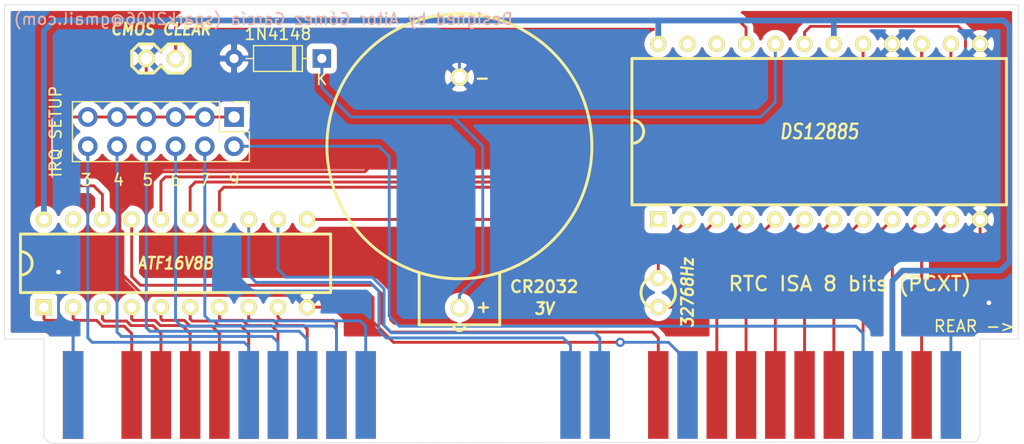
<source format=kicad_pcb>
(kicad_pcb (version 20171130) (host pcbnew "(5.1.4)-1")

  (general
    (thickness 1.6)
    (drawings 22)
    (tracks 270)
    (zones 0)
    (modules 8)
    (nets 42)
  )

  (page A4)
  (layers
    (0 F.Cu signal)
    (31 B.Cu signal)
    (32 B.Adhes user)
    (33 F.Adhes user)
    (34 B.Paste user)
    (35 F.Paste user)
    (36 B.SilkS user)
    (37 F.SilkS user)
    (38 B.Mask user hide)
    (39 F.Mask user hide)
    (40 Dwgs.User user hide)
    (41 Cmts.User user)
    (42 Eco1.User user)
    (43 Eco2.User user)
    (44 Edge.Cuts user)
    (45 Margin user)
    (46 B.CrtYd user)
    (47 F.CrtYd user)
    (48 B.Fab user)
    (49 F.Fab user)
  )

  (setup
    (last_trace_width 0.25)
    (trace_clearance 0.2)
    (zone_clearance 0.508)
    (zone_45_only no)
    (trace_min 0.2)
    (via_size 0.8)
    (via_drill 0.4)
    (via_min_size 0.4)
    (via_min_drill 0.3)
    (uvia_size 0.3)
    (uvia_drill 0.1)
    (uvias_allowed no)
    (uvia_min_size 0.2)
    (uvia_min_drill 0.1)
    (edge_width 0.05)
    (segment_width 0.2)
    (pcb_text_width 0.3)
    (pcb_text_size 1.5 1.5)
    (mod_edge_width 0.12)
    (mod_text_size 1 1)
    (mod_text_width 0.15)
    (pad_size 1.524 1.524)
    (pad_drill 0.762)
    (pad_to_mask_clearance 0.051)
    (solder_mask_min_width 0.25)
    (aux_axis_origin 0 0)
    (visible_elements 7FFFFFFF)
    (pcbplotparams
      (layerselection 0x010f0_ffffffff)
      (usegerberextensions true)
      (usegerberattributes false)
      (usegerberadvancedattributes false)
      (creategerberjobfile false)
      (excludeedgelayer true)
      (linewidth 0.100000)
      (plotframeref false)
      (viasonmask false)
      (mode 1)
      (useauxorigin false)
      (hpglpennumber 1)
      (hpglpenspeed 20)
      (hpglpendiameter 15.000000)
      (psnegative false)
      (psa4output false)
      (plotreference true)
      (plotvalue true)
      (plotinvisibletext false)
      (padsonsilk false)
      (subtractmaskfromsilk false)
      (outputformat 1)
      (mirror false)
      (drillshape 0)
      (scaleselection 1)
      (outputdirectory "gerber/"))
  )

  (net 0 "")
  (net 1 GND)
  (net 2 +5V)
  (net 3 "Net-(CR2032-Pad1)")
  (net 4 "Net-(J1-Pad1)")
  (net 5 "Net-(U1-Pad1)")
  (net 6 "Net-(U1-Pad2)")
  (net 7 "Net-(U1-Pad3)")
  (net 8 "Net-(U1-Pad22)")
  (net 9 "Net-(U1-Pad23)")
  (net 10 "Net-(U2-Pad19)")
  (net 11 /IRQ9)
  (net 12 /IOW)
  (net 13 /IOR)
  (net 14 /IRQ7)
  (net 15 /IRQ6)
  (net 16 /IRQ5)
  (net 17 /IRQ4)
  (net 18 /IRQ3)
  (net 19 /D7)
  (net 20 /D6)
  (net 21 /D5)
  (net 22 /D4)
  (net 23 /D3)
  (net 24 /D2)
  (net 25 /D1)
  (net 26 /D0)
  (net 27 /AEN)
  (net 28 /A9)
  (net 29 /A8)
  (net 30 /A7)
  (net 31 /A6)
  (net 32 /A5)
  (net 33 /A4)
  (net 34 /A3)
  (net 35 /A2)
  (net 36 /A0)
  (net 37 /IRQOUT)
  (net 38 /RTCALE)
  (net 39 /RTCWR)
  (net 40 /RTCRD)
  (net 41 /IRQ)

  (net_class Default "Esta es la clase de red por defecto."
    (clearance 0.2)
    (trace_width 0.25)
    (via_dia 0.8)
    (via_drill 0.4)
    (uvia_dia 0.3)
    (uvia_drill 0.1)
    (add_net +5V)
    (add_net /A0)
    (add_net /A2)
    (add_net /A3)
    (add_net /A4)
    (add_net /A5)
    (add_net /A6)
    (add_net /A7)
    (add_net /A8)
    (add_net /A9)
    (add_net /AEN)
    (add_net /D0)
    (add_net /D1)
    (add_net /D2)
    (add_net /D3)
    (add_net /D4)
    (add_net /D5)
    (add_net /D6)
    (add_net /D7)
    (add_net /IOR)
    (add_net /IOW)
    (add_net /IRQ)
    (add_net /IRQ3)
    (add_net /IRQ4)
    (add_net /IRQ5)
    (add_net /IRQ6)
    (add_net /IRQ7)
    (add_net /IRQ9)
    (add_net /IRQOUT)
    (add_net /RTCALE)
    (add_net /RTCRD)
    (add_net /RTCWR)
    (add_net GND)
    (add_net "Net-(CR2032-Pad1)")
    (add_net "Net-(J1-Pad1)")
    (add_net "Net-(U1-Pad1)")
    (add_net "Net-(U1-Pad2)")
    (add_net "Net-(U1-Pad22)")
    (add_net "Net-(U1-Pad23)")
    (add_net "Net-(U1-Pad3)")
    (add_net "Net-(U2-Pad19)")
  )

  (module Diode_THT:D_DO-35_SOD27_P7.62mm_Horizontal (layer F.Cu) (tedit 5AE50CD5) (tstamp 5ED0FD41)
    (at 129.54 73.66 180)
    (descr "Diode, DO-35_SOD27 series, Axial, Horizontal, pin pitch=7.62mm, , length*diameter=4*2mm^2, , http://www.diodes.com/_files/packages/DO-35.pdf")
    (tags "Diode DO-35_SOD27 series Axial Horizontal pin pitch 7.62mm  length 4mm diameter 2mm")
    (path /5ED17F43)
    (fp_text reference D1 (at 3.81 -2.12) (layer F.SilkS) hide
      (effects (font (size 1 1) (thickness 0.15)))
    )
    (fp_text value 1N4148 (at 3.81 2.12) (layer F.SilkS)
      (effects (font (size 1 1) (thickness 0.15)))
    )
    (fp_text user K (at 0 -1.8) (layer F.SilkS)
      (effects (font (size 1 1) (thickness 0.15)))
    )
    (fp_text user K (at 0 -1.8) (layer F.Fab)
      (effects (font (size 1 1) (thickness 0.15)))
    )
    (fp_text user %R (at 4.11 0) (layer F.Fab)
      (effects (font (size 0.8 0.8) (thickness 0.12)))
    )
    (fp_line (start 8.67 -1.25) (end -1.05 -1.25) (layer F.CrtYd) (width 0.05))
    (fp_line (start 8.67 1.25) (end 8.67 -1.25) (layer F.CrtYd) (width 0.05))
    (fp_line (start -1.05 1.25) (end 8.67 1.25) (layer F.CrtYd) (width 0.05))
    (fp_line (start -1.05 -1.25) (end -1.05 1.25) (layer F.CrtYd) (width 0.05))
    (fp_line (start 2.29 -1.12) (end 2.29 1.12) (layer F.SilkS) (width 0.12))
    (fp_line (start 2.53 -1.12) (end 2.53 1.12) (layer F.SilkS) (width 0.12))
    (fp_line (start 2.41 -1.12) (end 2.41 1.12) (layer F.SilkS) (width 0.12))
    (fp_line (start 6.58 0) (end 5.93 0) (layer F.SilkS) (width 0.12))
    (fp_line (start 1.04 0) (end 1.69 0) (layer F.SilkS) (width 0.12))
    (fp_line (start 5.93 -1.12) (end 1.69 -1.12) (layer F.SilkS) (width 0.12))
    (fp_line (start 5.93 1.12) (end 5.93 -1.12) (layer F.SilkS) (width 0.12))
    (fp_line (start 1.69 1.12) (end 5.93 1.12) (layer F.SilkS) (width 0.12))
    (fp_line (start 1.69 -1.12) (end 1.69 1.12) (layer F.SilkS) (width 0.12))
    (fp_line (start 2.31 -1) (end 2.31 1) (layer F.Fab) (width 0.1))
    (fp_line (start 2.51 -1) (end 2.51 1) (layer F.Fab) (width 0.1))
    (fp_line (start 2.41 -1) (end 2.41 1) (layer F.Fab) (width 0.1))
    (fp_line (start 7.62 0) (end 5.81 0) (layer F.Fab) (width 0.1))
    (fp_line (start 0 0) (end 1.81 0) (layer F.Fab) (width 0.1))
    (fp_line (start 5.81 -1) (end 1.81 -1) (layer F.Fab) (width 0.1))
    (fp_line (start 5.81 1) (end 5.81 -1) (layer F.Fab) (width 0.1))
    (fp_line (start 1.81 1) (end 5.81 1) (layer F.Fab) (width 0.1))
    (fp_line (start 1.81 -1) (end 1.81 1) (layer F.Fab) (width 0.1))
    (pad 2 thru_hole oval (at 7.62 0 180) (size 1.6 1.6) (drill 0.8) (layers *.Cu *.Mask)
      (net 1 GND))
    (pad 1 thru_hole rect (at 0 0 180) (size 1.6 1.6) (drill 0.8) (layers *.Cu *.Mask)
      (net 3 "Net-(CR2032-Pad1)"))
    (model ${KISYS3DMOD}/Diode_THT.3dshapes/D_DO-35_SOD27_P7.62mm_Horizontal.wrl
      (at (xyz 0 0 0))
      (scale (xyz 1 1 1))
      (rotate (xyz 0 0 0))
    )
  )

  (module SergeyLibraries:IC_DIP20_300 (layer F.Cu) (tedit 529785CA) (tstamp 5DD11686)
    (at 116.84 91.44)
    (descr "20 pins DIL package, round pads")
    (tags "DIP DIL DIP20 DIL20")
    (path /5DF7CA54)
    (fp_text reference U2 (at -10.16 5.715) (layer F.SilkS) hide
      (effects (font (size 1.016 1.016) (thickness 0.2032)))
    )
    (fp_text value ATF16V8B (at 0 0) (layer F.SilkS)
      (effects (font (size 1.016 0.9144) (thickness 0.2032) italic))
    )
    (fp_arc (start -13.462 0) (end -12.446 0) (angle 90) (layer F.SilkS) (width 0.254))
    (fp_arc (start -13.462 0) (end -13.462 -1.016) (angle 90) (layer F.SilkS) (width 0.254))
    (fp_line (start -13.462 -2.54) (end 13.462 -2.54) (layer F.SilkS) (width 0.254))
    (fp_line (start 13.462 -2.54) (end 13.462 2.54) (layer F.SilkS) (width 0.254))
    (fp_line (start 13.462 2.54) (end -13.462 2.54) (layer F.SilkS) (width 0.254))
    (fp_line (start -13.462 2.54) (end -13.462 -2.54) (layer F.SilkS) (width 0.254))
    (pad 1 thru_hole rect (at -11.43 3.81) (size 1.397 1.397) (drill 0.8128) (layers *.Cu *.Mask F.SilkS)
      (net 36 /A0))
    (pad 2 thru_hole circle (at -8.89 3.81) (size 1.397 1.397) (drill 0.8128) (layers *.Cu *.Mask F.SilkS)
      (net 35 /A2))
    (pad 3 thru_hole circle (at -6.35 3.81) (size 1.397 1.397) (drill 0.8128) (layers *.Cu *.Mask F.SilkS)
      (net 34 /A3))
    (pad 4 thru_hole circle (at -3.81 3.81) (size 1.397 1.397) (drill 0.8128) (layers *.Cu *.Mask F.SilkS)
      (net 33 /A4))
    (pad 5 thru_hole circle (at -1.27 3.81) (size 1.397 1.397) (drill 0.8128) (layers *.Cu *.Mask F.SilkS)
      (net 32 /A5))
    (pad 6 thru_hole circle (at 1.27 3.81) (size 1.397 1.397) (drill 0.8128) (layers *.Cu *.Mask F.SilkS)
      (net 31 /A6))
    (pad 7 thru_hole circle (at 3.81 3.81) (size 1.397 1.397) (drill 0.8128) (layers *.Cu *.Mask F.SilkS)
      (net 30 /A7))
    (pad 8 thru_hole circle (at 6.35 3.81) (size 1.397 1.397) (drill 0.8128) (layers *.Cu *.Mask F.SilkS)
      (net 29 /A8))
    (pad 9 thru_hole circle (at 8.89 3.81) (size 1.397 1.397) (drill 0.8128) (layers *.Cu *.Mask F.SilkS)
      (net 28 /A9))
    (pad 10 thru_hole circle (at 11.43 3.81) (size 1.397 1.397) (drill 0.8128) (layers *.Cu *.Mask F.SilkS)
      (net 1 GND))
    (pad 11 thru_hole circle (at 11.43 -3.81) (size 1.397 1.397) (drill 0.8128) (layers *.Cu *.Mask F.SilkS)
      (net 41 /IRQ))
    (pad 12 thru_hole circle (at 8.89 -3.81) (size 1.397 1.397) (drill 0.8128) (layers *.Cu *.Mask F.SilkS)
      (net 12 /IOW))
    (pad 13 thru_hole circle (at 6.35 -3.81) (size 1.397 1.397) (drill 0.8128) (layers *.Cu *.Mask F.SilkS)
      (net 13 /IOR))
    (pad 14 thru_hole circle (at 3.81 -3.81) (size 1.397 1.397) (drill 0.8128) (layers *.Cu *.Mask F.SilkS)
      (net 38 /RTCALE))
    (pad 15 thru_hole circle (at 1.27 -3.81) (size 1.397 1.397) (drill 0.8128) (layers *.Cu *.Mask F.SilkS)
      (net 39 /RTCWR))
    (pad 16 thru_hole circle (at -1.27 -3.81) (size 1.397 1.397) (drill 0.8128) (layers *.Cu *.Mask F.SilkS)
      (net 40 /RTCRD))
    (pad 17 thru_hole circle (at -3.81 -3.81) (size 1.397 1.397) (drill 0.8128) (layers *.Cu *.Mask F.SilkS)
      (net 27 /AEN))
    (pad 18 thru_hole circle (at -6.35 -3.81) (size 1.397 1.397) (drill 0.8128) (layers *.Cu *.Mask F.SilkS)
      (net 37 /IRQOUT))
    (pad 19 thru_hole circle (at -8.89 -3.81) (size 1.397 1.397) (drill 0.8128) (layers *.Cu *.Mask F.SilkS)
      (net 10 "Net-(U2-Pad19)"))
    (pad 20 thru_hole circle (at -11.43 -3.81) (size 1.397 1.397) (drill 0.8128) (layers *.Cu *.Mask F.SilkS)
      (net 2 +5V))
    (model dil/dil_20.wrl
      (at (xyz 0 0 0))
      (scale (xyz 1 1 1))
      (rotate (xyz 0 0 0))
    )
  )

  (module SergeyLibraries:BUS_RTC8088 (layer F.Cu) (tedit 5DD0EFED) (tstamp 5DD11602)
    (at 146.05 102.87)
    (descr "Connector, PCB Edge, ISA8")
    (tags "CONN BUS ISA")
    (path /5DF83AF6)
    (fp_text reference BUS1 (at -36.83 -6.35) (layer F.SilkS) hide
      (effects (font (size 1.016 1.016) (thickness 0.2032)))
    )
    (fp_text value "ISA 8 BITS" (at -29.21 -6.35) (layer F.SilkS) hide
      (effects (font (size 1.016 0.9144) (thickness 0.2032) italic))
    )
    (fp_line (start -40.64 3.4925) (end -40.64 -4.7625) (layer Dwgs.User) (width 0.254))
    (fp_line (start 40.005 4.1275) (end -40.005 4.1275) (layer Dwgs.User) (width 0.254))
    (fp_line (start 40.64 3.4925) (end 40.64 -4.7625) (layer Dwgs.User) (width 0.254))
    (fp_arc (start 40.005 3.4925) (end 40.64 3.4925) (angle 90) (layer Dwgs.User) (width 0.254))
    (fp_arc (start -40.005 3.4925) (end -40.005 4.1275) (angle 90) (layer Dwgs.User) (width 0.254))
    (fp_line (start 40.64 -4.7625) (end -40.64 -4.7625) (layer Dwgs.User) (width 0.254))
    (pad 1 connect rect (at 38.1 0) (size 1.778 7.62) (layers B.Cu B.Mask)
      (net 1 GND))
    (pad 3 connect rect (at 33.02 0) (size 1.778 7.62) (layers B.Cu B.Mask)
      (net 2 +5V))
    (pad 4 connect rect (at 30.48 0) (size 1.778 7.62) (layers B.Cu B.Mask)
      (net 11 /IRQ9))
    (pad 10 connect rect (at 15.24 0) (size 1.778 7.62) (layers B.Cu B.Mask)
      (net 1 GND))
    (pad 13 connect rect (at 7.62 0) (size 1.778 7.62) (layers B.Cu B.Mask)
      (net 12 /IOW))
    (pad 14 connect rect (at 5.08 0) (size 1.778 7.62) (layers B.Cu B.Mask)
      (net 13 /IOR))
    (pad 21 connect rect (at -12.7 0) (size 1.778 7.62) (layers B.Cu B.Mask)
      (net 14 /IRQ7))
    (pad 22 connect rect (at -15.24 0) (size 1.778 7.62) (layers B.Cu B.Mask)
      (net 15 /IRQ6))
    (pad 23 connect rect (at -17.78 0) (size 1.778 7.62) (layers B.Cu B.Mask)
      (net 16 /IRQ5))
    (pad 24 connect rect (at -20.32 0) (size 1.778 7.62) (layers B.Cu B.Mask)
      (net 17 /IRQ4))
    (pad 25 connect rect (at -22.86 0) (size 1.778 7.62) (layers B.Cu B.Mask)
      (net 18 /IRQ3))
    (pad 31 connect rect (at -38.1 0) (size 1.778 7.62) (layers B.Cu B.Mask)
      (net 1 GND))
    (pad 33 connect rect (at 35.56 0) (size 1.778 7.62) (layers F.Cu F.Mask)
      (net 19 /D7))
    (pad 34 connect rect (at 33.02 0) (size 1.778 7.62) (layers F.Cu F.Mask)
      (net 20 /D6))
    (pad 35 connect rect (at 30.48 0) (size 1.778 7.62) (layers F.Cu F.Mask)
      (net 21 /D5))
    (pad 36 connect rect (at 27.94 0) (size 1.778 7.62) (layers F.Cu F.Mask)
      (net 22 /D4))
    (pad 37 connect rect (at 25.4 0) (size 1.778 7.62) (layers F.Cu F.Mask)
      (net 23 /D3))
    (pad 38 connect rect (at 22.86 0) (size 1.778 7.62) (layers F.Cu F.Mask)
      (net 24 /D2))
    (pad 39 connect rect (at 20.32 0) (size 1.778 7.62) (layers F.Cu F.Mask)
      (net 25 /D1))
    (pad 40 connect rect (at 17.78 0) (size 1.778 7.62) (layers F.Cu F.Mask)
      (net 26 /D0))
    (pad 42 connect rect (at 12.7 0) (size 1.778 7.62) (layers F.Cu F.Mask)
      (net 27 /AEN))
    (pad 53 connect rect (at -15.24 0) (size 1.778 7.62) (layers F.Cu F.Mask)
      (net 28 /A9))
    (pad 54 connect rect (at -17.78 0) (size 1.778 7.62) (layers F.Cu F.Mask)
      (net 29 /A8))
    (pad 55 connect rect (at -20.32 0) (size 1.778 7.62) (layers F.Cu F.Mask)
      (net 30 /A7))
    (pad 56 connect rect (at -22.86 0) (size 1.778 7.62) (layers F.Cu F.Mask)
      (net 31 /A6))
    (pad 57 connect rect (at -25.4 0) (size 1.778 7.62) (layers F.Cu F.Mask)
      (net 32 /A5))
    (pad 58 connect rect (at -27.94 0) (size 1.778 7.62) (layers F.Cu F.Mask)
      (net 33 /A4))
    (pad 59 connect rect (at -30.48 0) (size 1.778 7.62) (layers F.Cu F.Mask)
      (net 34 /A3))
    (pad 60 connect rect (at -33.02 0) (size 1.778 7.62) (layers F.Cu F.Mask)
      (net 35 /A2))
    (pad 62 connect rect (at -38.1 0) (size 1.778 7.62) (layers F.Cu F.Mask)
      (net 36 /A0))
  )

  (module SergeyLibraries:Battery_Holder_CR2032_Mouser_122-2520-GR (layer F.Cu) (tedit 5298DE9E) (tstamp 5DD11610)
    (at 141.484806 81.28 90)
    (descr "Battery Holder, CR2032, Through Hole, Mouser 122-2520-GR, RadioShack 270-009")
    (tags "BATT HOLDER CR2032 TH")
    (path /5DCAB0F6)
    (fp_text reference CR2032 (at -12.192 7.359194) (layer F.SilkS)
      (effects (font (size 1.016 1.016) (thickness 0.2032)))
    )
    (fp_text value 3V (at -14.097 7.359194) (layer F.SilkS)
      (effects (font (size 1.016 0.9144) (thickness 0.2032) italic))
    )
    (fp_circle (center 0 0) (end 0 -11.50112) (layer F.SilkS) (width 0.254))
    (fp_line (start -15.49908 3.50012) (end -11.00074 3.50012) (layer F.SilkS) (width 0.254))
    (fp_line (start -15.49908 -3.50012) (end -15.49908 3.50012) (layer F.SilkS) (width 0.254))
    (fp_line (start -11.00074 -3.50012) (end -15.49908 -3.50012) (layer F.SilkS) (width 0.254))
    (fp_arc (start -15.49908 0) (end -15.99946 0) (angle 90) (layer F.SilkS) (width 0.254))
    (fp_arc (start -15.49908 0) (end -15.49908 0.50038) (angle 90) (layer F.SilkS) (width 0.254))
    (fp_text user + (at -13.9954 2.0066 90) (layer F.SilkS)
      (effects (font (size 1.016 1.016) (thickness 0.2032)))
    )
    (fp_text user - (at 5.9436 1.9812) (layer F.SilkS)
      (effects (font (size 1.016 1.016) (thickness 0.2032)))
    )
    (pad 2 thru_hole circle (at 5.99948 0 90) (size 1.524 1.524) (drill 1.016) (layers *.Cu *.Mask F.SilkS)
      (net 1 GND))
    (pad 1 thru_hole circle (at -14.00048 0 90) (size 1.524 1.524) (drill 1.016) (layers *.Cu *.Mask F.SilkS)
      (net 3 "Net-(CR2032-Pad1)"))
  )

  (module SergeyLibraries:Conn_Pin_Header_2x1_2.54mm_NoKey (layer F.Cu) (tedit 5298E3BC) (tstamp 5DD11624)
    (at 115.57 73.66 180)
    (descr "Pin Header, 2x1, 2.54mm pitch, no key")
    (tags "CONN 2x1 NOKEY")
    (path /5DC9D93E)
    (fp_text reference J1 (at 3.81 0) (layer F.SilkS) hide
      (effects (font (size 1.016 1.016) (thickness 0.2032)))
    )
    (fp_text value "CMOS CLEAR" (at 0 2.54) (layer F.SilkS)
      (effects (font (size 1.016 0.9144) (thickness 0.2032) italic))
    )
    (fp_line (start 0 -0.635) (end -0.635 -1.27) (layer F.SilkS) (width 0.254))
    (fp_line (start -0.635 -1.27) (end -1.905 -1.27) (layer F.SilkS) (width 0.254))
    (fp_line (start -1.905 -1.27) (end -2.54 -0.635) (layer F.SilkS) (width 0.254))
    (fp_line (start -2.54 -0.635) (end -2.54 0.635) (layer F.SilkS) (width 0.254))
    (fp_line (start -2.54 0.635) (end -1.905 1.27) (layer F.SilkS) (width 0.254))
    (fp_line (start -1.905 1.27) (end -0.635 1.27) (layer F.SilkS) (width 0.254))
    (fp_line (start -0.635 1.27) (end 0 0.635) (layer F.SilkS) (width 0.254))
    (fp_line (start 0 -0.635) (end 0.635 -1.27) (layer F.SilkS) (width 0.254))
    (fp_line (start 0.635 -1.27) (end 1.905 -1.27) (layer F.SilkS) (width 0.254))
    (fp_line (start 1.905 -1.27) (end 2.54 -0.635) (layer F.SilkS) (width 0.254))
    (fp_line (start 2.54 -0.635) (end 2.54 0.635) (layer F.SilkS) (width 0.254))
    (fp_line (start 2.54 0.635) (end 1.905 1.27) (layer F.SilkS) (width 0.254))
    (fp_line (start 1.905 1.27) (end 0.635 1.27) (layer F.SilkS) (width 0.254))
    (fp_line (start 0.635 1.27) (end 0 0.635) (layer F.SilkS) (width 0.254))
    (pad 1 thru_hole circle (at -1.27 0 180) (size 1.524 1.524) (drill 1.016) (layers *.Cu *.Mask F.SilkS)
      (net 4 "Net-(J1-Pad1)"))
    (pad 2 thru_hole circle (at 1.27 0 180) (size 1.524 1.524) (drill 1.016) (layers *.Cu *.Mask F.SilkS)
      (net 1 GND))
    (model pin_array/pins_array_8x2.wrl
      (at (xyz 0 0 0))
      (scale (xyz 1 1 1))
      (rotate (xyz 0 0 0))
    )
  )

  (module SergeyLibraries:IC_DIP24_600 (layer F.Cu) (tedit 529785F9) (tstamp 5DD11668)
    (at 172.72 80.01)
    (descr "24 pins DIL package, round pads, width 600mil")
    (tags "DIP DIL DIP24 DIL24")
    (path /5DF7ACB7)
    (fp_text reference U1 (at -12.7 9.525) (layer F.SilkS) hide
      (effects (font (size 1.016 1.016) (thickness 0.2032)))
    )
    (fp_text value DS12885 (at 0 0) (layer F.SilkS)
      (effects (font (size 1.27 1.016) (thickness 0.2032) italic))
    )
    (fp_arc (start -16.256 0) (end -15.24 0) (angle 90) (layer F.SilkS) (width 0.254))
    (fp_arc (start -16.256 0) (end -16.256 -1.016) (angle 90) (layer F.SilkS) (width 0.254))
    (fp_line (start -16.256 -6.35) (end 16.256 -6.35) (layer F.SilkS) (width 0.254))
    (fp_line (start 16.256 -6.35) (end 16.256 6.35) (layer F.SilkS) (width 0.254))
    (fp_line (start 16.256 6.35) (end -16.256 6.35) (layer F.SilkS) (width 0.254))
    (fp_line (start -16.256 6.35) (end -16.256 -6.35) (layer F.SilkS) (width 0.254))
    (pad 1 thru_hole rect (at -13.97 7.62) (size 1.397 1.397) (drill 0.8128) (layers *.Cu *.Mask F.SilkS)
      (net 5 "Net-(U1-Pad1)"))
    (pad 2 thru_hole circle (at -11.43 7.62) (size 1.397 1.397) (drill 0.8128) (layers *.Cu *.Mask F.SilkS)
      (net 6 "Net-(U1-Pad2)"))
    (pad 3 thru_hole circle (at -8.89 7.62) (size 1.397 1.397) (drill 0.8128) (layers *.Cu *.Mask F.SilkS)
      (net 7 "Net-(U1-Pad3)"))
    (pad 4 thru_hole circle (at -6.35 7.62) (size 1.397 1.397) (drill 0.8128) (layers *.Cu *.Mask F.SilkS)
      (net 26 /D0))
    (pad 5 thru_hole circle (at -3.81 7.62) (size 1.397 1.397) (drill 0.8128) (layers *.Cu *.Mask F.SilkS)
      (net 25 /D1))
    (pad 6 thru_hole circle (at -1.27 7.62) (size 1.397 1.397) (drill 0.8128) (layers *.Cu *.Mask F.SilkS)
      (net 24 /D2))
    (pad 7 thru_hole circle (at 1.27 7.62) (size 1.397 1.397) (drill 0.8128) (layers *.Cu *.Mask F.SilkS)
      (net 23 /D3))
    (pad 8 thru_hole circle (at 3.81 7.62) (size 1.397 1.397) (drill 0.8128) (layers *.Cu *.Mask F.SilkS)
      (net 22 /D4))
    (pad 9 thru_hole circle (at 6.35 7.62) (size 1.397 1.397) (drill 0.8128) (layers *.Cu *.Mask F.SilkS)
      (net 21 /D5))
    (pad 10 thru_hole circle (at 8.89 7.62) (size 1.397 1.397) (drill 0.8128) (layers *.Cu *.Mask F.SilkS)
      (net 20 /D6))
    (pad 11 thru_hole circle (at 11.43 7.62) (size 1.397 1.397) (drill 0.8128) (layers *.Cu *.Mask F.SilkS)
      (net 19 /D7))
    (pad 12 thru_hole circle (at 13.97 7.62) (size 1.397 1.397) (drill 0.8128) (layers *.Cu *.Mask F.SilkS)
      (net 1 GND))
    (pad 13 thru_hole circle (at 13.97 -7.62) (size 1.397 1.397) (drill 0.8128) (layers *.Cu *.Mask F.SilkS)
      (net 1 GND))
    (pad 14 thru_hole circle (at 11.43 -7.62) (size 1.397 1.397) (drill 0.8128) (layers *.Cu *.Mask F.SilkS)
      (net 38 /RTCALE))
    (pad 15 thru_hole circle (at 8.89 -7.62) (size 1.397 1.397) (drill 0.8128) (layers *.Cu *.Mask F.SilkS)
      (net 39 /RTCWR))
    (pad 16 thru_hole circle (at 6.35 -7.62) (size 1.397 1.397) (drill 0.8128) (layers *.Cu *.Mask F.SilkS)
      (net 1 GND))
    (pad 17 thru_hole circle (at 3.81 -7.62) (size 1.397 1.397) (drill 0.8128) (layers *.Cu *.Mask F.SilkS)
      (net 40 /RTCRD))
    (pad 18 thru_hole circle (at 1.27 -7.62) (size 1.397 1.397) (drill 0.8128) (layers *.Cu *.Mask F.SilkS)
      (net 2 +5V))
    (pad 19 thru_hole circle (at -1.27 -7.62) (size 1.397 1.397) (drill 0.8128) (layers *.Cu *.Mask F.SilkS)
      (net 41 /IRQ))
    (pad 20 thru_hole circle (at -3.81 -7.62) (size 1.397 1.397) (drill 0.8128) (layers *.Cu *.Mask F.SilkS)
      (net 3 "Net-(CR2032-Pad1)"))
    (pad 21 thru_hole circle (at -6.35 -7.62) (size 1.397 1.397) (drill 0.8128) (layers *.Cu *.Mask F.SilkS)
      (net 4 "Net-(J1-Pad1)"))
    (pad 22 thru_hole circle (at -8.89 -7.62) (size 1.397 1.397) (drill 0.8128) (layers *.Cu *.Mask F.SilkS)
      (net 8 "Net-(U1-Pad22)"))
    (pad 23 thru_hole circle (at -11.43 -7.62) (size 1.397 1.397) (drill 0.8128) (layers *.Cu *.Mask F.SilkS)
      (net 9 "Net-(U1-Pad23)"))
    (pad 24 thru_hole circle (at -13.97 -7.62) (size 1.397 1.397) (drill 0.8128) (layers *.Cu *.Mask F.SilkS)
      (net 2 +5V))
    (model dil/dil_24-w600.wrl
      (at (xyz 0 0 0))
      (scale (xyz 1 1 1))
      (rotate (xyz 0 0 0))
    )
  )

  (module SergeyLibraries:Crystal_32K_Vert (layer F.Cu) (tedit 5298D66B) (tstamp 5DD1168D)
    (at 158.75 93.98 90)
    (descr "Quartz Crystal, 32768Hz for RTC, Tuning Fork, Vertical")
    (tags "32768HZ CRYSTAL RTC")
    (path /5DC959D0)
    (fp_text reference X1 (at 0 -2.54 90) (layer F.SilkS) hide
      (effects (font (size 1.016 1.016) (thickness 0.2032)))
    )
    (fp_text value 32768Hz (at 0 2.54 90) (layer F.SilkS)
      (effects (font (size 1.016 0.9144) (thickness 0.2032) italic))
    )
    (fp_circle (center 0 0) (end 0 -1.50114) (layer F.SilkS) (width 0.254))
    (pad 1 thru_hole circle (at -1.27 0 90) (size 1.397 1.397) (drill 0.8128) (layers *.Cu *.Mask F.SilkS)
      (net 7 "Net-(U1-Pad3)"))
    (pad 2 thru_hole circle (at 1.27 0 90) (size 1.397 1.397) (drill 0.8128) (layers *.Cu *.Mask F.SilkS)
      (net 6 "Net-(U1-Pad2)"))
    (model discret/c_vert_c1v5.wrl
      (at (xyz 0 0 0))
      (scale (xyz 1 1 1))
      (rotate (xyz 0 0 0))
    )
  )

  (module Connector_PinHeader_2.54mm:PinHeader_2x06_P2.54mm_Vertical (layer F.Cu) (tedit 59FED5CC) (tstamp 5DD1249D)
    (at 121.92 78.74 270)
    (descr "Through hole straight pin header, 2x06, 2.54mm pitch, double rows")
    (tags "Through hole pin header THT 2x06 2.54mm double row")
    (path /5DD3559F)
    (fp_text reference J2 (at 1.27 -2.33 90) (layer F.SilkS) hide
      (effects (font (size 1 1) (thickness 0.15)))
    )
    (fp_text value "IRQ SETUP" (at 1.27 15.494 90) (layer F.SilkS)
      (effects (font (size 1 1) (thickness 0.15)))
    )
    (fp_line (start 0 -1.27) (end 3.81 -1.27) (layer F.Fab) (width 0.1))
    (fp_line (start 3.81 -1.27) (end 3.81 13.97) (layer F.Fab) (width 0.1))
    (fp_line (start 3.81 13.97) (end -1.27 13.97) (layer F.Fab) (width 0.1))
    (fp_line (start -1.27 13.97) (end -1.27 0) (layer F.Fab) (width 0.1))
    (fp_line (start -1.27 0) (end 0 -1.27) (layer F.Fab) (width 0.1))
    (fp_line (start -1.33 14.03) (end 3.87 14.03) (layer F.SilkS) (width 0.12))
    (fp_line (start -1.33 1.27) (end -1.33 14.03) (layer F.SilkS) (width 0.12))
    (fp_line (start 3.87 -1.33) (end 3.87 14.03) (layer F.SilkS) (width 0.12))
    (fp_line (start -1.33 1.27) (end 1.27 1.27) (layer F.SilkS) (width 0.12))
    (fp_line (start 1.27 1.27) (end 1.27 -1.33) (layer F.SilkS) (width 0.12))
    (fp_line (start 1.27 -1.33) (end 3.87 -1.33) (layer F.SilkS) (width 0.12))
    (fp_line (start -1.33 0) (end -1.33 -1.33) (layer F.SilkS) (width 0.12))
    (fp_line (start -1.33 -1.33) (end 0 -1.33) (layer F.SilkS) (width 0.12))
    (fp_line (start -1.8 -1.8) (end -1.8 14.5) (layer F.CrtYd) (width 0.05))
    (fp_line (start -1.8 14.5) (end 4.35 14.5) (layer F.CrtYd) (width 0.05))
    (fp_line (start 4.35 14.5) (end 4.35 -1.8) (layer F.CrtYd) (width 0.05))
    (fp_line (start 4.35 -1.8) (end -1.8 -1.8) (layer F.CrtYd) (width 0.05))
    (fp_text user %R (at 1.27 6.35) (layer F.Fab)
      (effects (font (size 1 1) (thickness 0.15)))
    )
    (pad 1 thru_hole rect (at 0 0 270) (size 1.7 1.7) (drill 1) (layers *.Cu *.Mask)
      (net 37 /IRQOUT))
    (pad 2 thru_hole oval (at 2.54 0 270) (size 1.7 1.7) (drill 1) (layers *.Cu *.Mask)
      (net 11 /IRQ9))
    (pad 3 thru_hole oval (at 0 2.54 270) (size 1.7 1.7) (drill 1) (layers *.Cu *.Mask)
      (net 37 /IRQOUT))
    (pad 4 thru_hole oval (at 2.54 2.54 270) (size 1.7 1.7) (drill 1) (layers *.Cu *.Mask)
      (net 14 /IRQ7))
    (pad 5 thru_hole oval (at 0 5.08 270) (size 1.7 1.7) (drill 1) (layers *.Cu *.Mask)
      (net 37 /IRQOUT))
    (pad 6 thru_hole oval (at 2.54 5.08 270) (size 1.7 1.7) (drill 1) (layers *.Cu *.Mask)
      (net 15 /IRQ6))
    (pad 7 thru_hole oval (at 0 7.62 270) (size 1.7 1.7) (drill 1) (layers *.Cu *.Mask)
      (net 37 /IRQOUT))
    (pad 8 thru_hole oval (at 2.54 7.62 270) (size 1.7 1.7) (drill 1) (layers *.Cu *.Mask)
      (net 16 /IRQ5))
    (pad 9 thru_hole oval (at 0 10.16 270) (size 1.7 1.7) (drill 1) (layers *.Cu *.Mask)
      (net 37 /IRQOUT))
    (pad 10 thru_hole oval (at 2.54 10.16 270) (size 1.7 1.7) (drill 1) (layers *.Cu *.Mask)
      (net 17 /IRQ4))
    (pad 11 thru_hole oval (at 0 12.7 270) (size 1.7 1.7) (drill 1) (layers *.Cu *.Mask)
      (net 37 /IRQOUT))
    (pad 12 thru_hole oval (at 2.54 12.7 270) (size 1.7 1.7) (drill 1) (layers *.Cu *.Mask)
      (net 18 /IRQ3))
    (model ${KISYS3DMOD}/Connector_PinHeader_2.54mm.3dshapes/PinHeader_2x06_P2.54mm_Vertical.wrl
      (at (xyz 0 0 0))
      (scale (xyz 1 1 1))
      (rotate (xyz 0 0 0))
    )
  )

  (gr_text "REAR ->" (at 186.182 96.901) (layer F.SilkS)
    (effects (font (size 1 1) (thickness 0.15)))
  )
  (gr_text "RTC ISA 8 bits (PCXT)" (at 175.387 93.218) (layer F.SilkS)
    (effects (font (size 1.25 1.25) (thickness 0.2)))
  )
  (gr_poly (pts (xy 105.537 99.314) (xy 186.817 99.314) (xy 186.69 106.934) (xy 105.41 107.061)) (layer F.Mask) (width 0.1))
  (gr_poly (pts (xy 105.41 99.314) (xy 186.69 99.314) (xy 186.69 106.934) (xy 105.41 107.061)) (layer B.Mask) (width 0.1))
  (gr_text "Designed by Aitor Gómez García (spark2k06@gmail.com)" (at 124.46 70.231) (layer B.SilkS)
    (effects (font (size 1 1) (thickness 0.15)) (justify mirror))
  )
  (gr_text 9 (at 121.92 84.201) (layer F.SilkS)
    (effects (font (size 1 1) (thickness 0.15)))
  )
  (gr_text 7 (at 119.38 84.201) (layer F.SilkS)
    (effects (font (size 1 1) (thickness 0.15)))
  )
  (gr_text 6 (at 116.84 84.201) (layer F.SilkS)
    (effects (font (size 1 1) (thickness 0.15)))
  )
  (gr_text 5 (at 114.427 84.201) (layer F.SilkS)
    (effects (font (size 1 1) (thickness 0.15)))
  )
  (gr_text 4 (at 111.887 84.201) (layer F.SilkS)
    (effects (font (size 1 1) (thickness 0.15)))
  )
  (gr_text 3 (at 109.093 84.201) (layer F.SilkS)
    (effects (font (size 1 1) (thickness 0.15)))
  )
  (gr_line (start 186.69 98) (end 186.69 98.171) (layer Edge.Cuts) (width 0.05) (tstamp 5DD17A13))
  (gr_line (start 186.69 106.426) (end 186.69 98.171) (layer Edge.Cuts) (width 0.05))
  (gr_line (start 186.309 106.934) (end 186.69 106.426) (layer Edge.Cuts) (width 0.05))
  (gr_line (start 105.918 107.061) (end 186.309 106.934) (layer Edge.Cuts) (width 0.05))
  (gr_line (start 105.41 106.553) (end 105.918 107.061) (layer Edge.Cuts) (width 0.05))
  (gr_line (start 105.41 98) (end 105.41 106.553) (layer Edge.Cuts) (width 0.05))
  (gr_line (start 190 98) (end 186.69 98) (layer Edge.Cuts) (width 0.05))
  (gr_line (start 190 69) (end 190 98) (layer Edge.Cuts) (width 0.05))
  (gr_line (start 102 98) (end 105.41 98) (layer Edge.Cuts) (width 0.05))
  (gr_line (start 102 69) (end 102 98) (layer Edge.Cuts) (width 0.05))
  (gr_line (start 190 69) (end 102 69) (layer Edge.Cuts) (width 0.05))

  (via (at 187.452 94.869) (size 0.8) (drill 0.4) (layers F.Cu B.Cu) (net 1))
  (via (at 155.448 98.298) (size 0.8) (drill 0.4) (layers F.Cu B.Cu) (net 1))
  (via (at 106.68 92.202) (size 0.8) (drill 0.4) (layers F.Cu B.Cu) (net 1))
  (segment (start 127.571501 94.551501) (end 128.27 95.25) (width 0.25) (layer F.Cu) (net 1))
  (segment (start 127.246499 94.226499) (end 127.571501 94.551501) (width 0.25) (layer F.Cu) (net 1))
  (segment (start 114.037089 94.226499) (end 127.246499 94.226499) (width 0.25) (layer F.Cu) (net 1))
  (segment (start 112.006499 87.138719) (end 112.006499 92.195909) (width 0.25) (layer F.Cu) (net 1))
  (segment (start 133.279355 83.485971) (end 115.659247 83.485971) (width 0.25) (layer F.Cu) (net 1))
  (segment (start 112.006499 92.195909) (end 114.037089 94.226499) (width 0.25) (layer F.Cu) (net 1))
  (segment (start 115.659247 83.485971) (end 112.006499 87.138719) (width 0.25) (layer F.Cu) (net 1))
  (segment (start 141.484806 75.28052) (end 133.279355 83.485971) (width 0.25) (layer F.Cu) (net 1))
  (segment (start 106.68 96.393) (end 106.68 92.202) (width 0.25) (layer B.Cu) (net 1))
  (segment (start 107.95 102.87) (end 107.95 97.663) (width 0.25) (layer B.Cu) (net 1))
  (segment (start 107.95 97.663) (end 106.68 96.393) (width 0.25) (layer B.Cu) (net 1))
  (segment (start 107.251776 92.195909) (end 112.006499 92.195909) (width 0.25) (layer F.Cu) (net 1))
  (segment (start 107.245685 92.202) (end 107.251776 92.195909) (width 0.25) (layer F.Cu) (net 1))
  (segment (start 106.68 92.202) (end 107.245685 92.202) (width 0.25) (layer F.Cu) (net 1))
  (segment (start 154.882315 98.298) (end 155.448 98.298) (width 0.25) (layer F.Cu) (net 1))
  (segment (start 135.76159 98.298) (end 154.882315 98.298) (width 0.25) (layer F.Cu) (net 1))
  (segment (start 132.71359 95.25) (end 135.76159 98.298) (width 0.25) (layer F.Cu) (net 1))
  (segment (start 128.27 95.25) (end 132.71359 95.25) (width 0.25) (layer F.Cu) (net 1))
  (segment (start 161.29 99.949) (end 161.29 102.87) (width 0.25) (layer B.Cu) (net 1))
  (segment (start 159.639 98.298) (end 161.29 99.949) (width 0.25) (layer B.Cu) (net 1))
  (segment (start 155.448 98.298) (end 159.639 98.298) (width 0.25) (layer B.Cu) (net 1))
  (segment (start 184.658 94.869) (end 187.452 94.869) (width 0.25) (layer B.Cu) (net 1))
  (segment (start 184.15 102.87) (end 184.15 95.377) (width 0.25) (layer B.Cu) (net 1))
  (segment (start 184.15 95.377) (end 184.658 94.869) (width 0.25) (layer B.Cu) (net 1))
  (segment (start 186.69 94.107) (end 186.69 87.63) (width 0.25) (layer F.Cu) (net 1))
  (segment (start 187.452 94.869) (end 186.69 94.107) (width 0.25) (layer F.Cu) (net 1))
  (segment (start 121.92 73.66) (end 121.92 74.93) (width 0.25) (layer F.Cu) (net 1))
  (segment (start 121.92 74.93) (end 120.65 76.2) (width 0.25) (layer F.Cu) (net 1))
  (segment (start 120.65 76.2) (end 115.57 76.2) (width 0.25) (layer F.Cu) (net 1))
  (segment (start 115.57 76.2) (end 114.3 74.93) (width 0.25) (layer F.Cu) (net 1))
  (segment (start 114.3 74.93) (end 114.3 73.66) (width 0.25) (layer F.Cu) (net 1))
  (segment (start 141.484806 75.28052) (end 141.484806 72.904806) (width 0.25) (layer B.Cu) (net 1))
  (segment (start 141.484806 72.904806) (end 139.7 71.12) (width 0.25) (layer B.Cu) (net 1))
  (segment (start 139.7 71.12) (end 123.19 71.12) (width 0.25) (layer B.Cu) (net 1))
  (segment (start 123.19 71.12) (end 121.92 72.39) (width 0.25) (layer B.Cu) (net 1))
  (segment (start 121.92 72.39) (end 121.92 73.66) (width 0.25) (layer B.Cu) (net 1))
  (segment (start 106.299 70.358) (end 158.242 70.358) (width 0.5) (layer B.Cu) (net 2))
  (segment (start 105.41 87.63) (end 105.41 71.247) (width 0.5) (layer B.Cu) (net 2))
  (segment (start 105.41 71.247) (end 106.299 70.358) (width 0.5) (layer B.Cu) (net 2))
  (segment (start 188.722 70.358) (end 188.214 70.358) (width 0.5) (layer B.Cu) (net 2))
  (segment (start 179.07 102.87) (end 179.07 97.536) (width 0.5) (layer B.Cu) (net 2))
  (segment (start 189.23 90) (end 189.23 70.866) (width 0.5) (layer B.Cu) (net 2))
  (segment (start 189.23 70.866) (end 188.722 70.358) (width 0.5) (layer B.Cu) (net 2))
  (segment (start 173.99 71.402172) (end 173.99 70.358) (width 0.5) (layer B.Cu) (net 2))
  (segment (start 173.99 72.39) (end 173.99 71.402172) (width 0.5) (layer B.Cu) (net 2))
  (segment (start 188.214 70.358) (end 173.99 70.358) (width 0.5) (layer B.Cu) (net 2))
  (segment (start 158.75 71.402172) (end 158.75 70.358) (width 0.5) (layer B.Cu) (net 2))
  (segment (start 158.75 72.39) (end 158.75 71.402172) (width 0.5) (layer B.Cu) (net 2))
  (segment (start 173.99 70.358) (end 158.75 70.358) (width 0.5) (layer B.Cu) (net 2))
  (segment (start 158.75 70.358) (end 158.242 70.358) (width 0.5) (layer B.Cu) (net 2))
  (segment (start 189.23 90) (end 189.23 91.313) (width 0.5) (layer B.Cu) (net 2))
  (segment (start 189.23 91.313) (end 188.468 92.075) (width 0.5) (layer B.Cu) (net 2))
  (segment (start 188.468 92.075) (end 179.959 92.075) (width 0.5) (layer B.Cu) (net 2))
  (segment (start 179.07 92.964) (end 179.07 97.536) (width 0.5) (layer B.Cu) (net 2))
  (segment (start 179.959 92.075) (end 179.07 92.964) (width 0.5) (layer B.Cu) (net 2))
  (segment (start 129.54 73.66) (end 129.54 76.2) (width 0.25) (layer B.Cu) (net 3))
  (segment (start 129.54 76.2) (end 132.08 78.74) (width 0.25) (layer B.Cu) (net 3))
  (segment (start 167.64 78.74) (end 168.91 77.47) (width 0.25) (layer B.Cu) (net 3))
  (segment (start 168.91 77.47) (end 168.91 72.39) (width 0.25) (layer B.Cu) (net 3))
  (segment (start 141.484806 94.20285) (end 143.51 92.177656) (width 0.25) (layer B.Cu) (net 3))
  (segment (start 141.484806 95.28048) (end 141.484806 94.20285) (width 0.25) (layer B.Cu) (net 3))
  (segment (start 143.51 81.28) (end 140.97 78.74) (width 0.25) (layer B.Cu) (net 3))
  (segment (start 143.51 92.177656) (end 143.51 81.28) (width 0.25) (layer B.Cu) (net 3))
  (segment (start 132.08 78.74) (end 140.97 78.74) (width 0.25) (layer B.Cu) (net 3))
  (segment (start 140.97 78.74) (end 167.64 78.74) (width 0.25) (layer B.Cu) (net 3))
  (segment (start 166.37 70.993) (end 166.37 72.39) (width 0.25) (layer F.Cu) (net 4))
  (segment (start 165.735 70.358) (end 166.37 70.993) (width 0.25) (layer F.Cu) (net 4))
  (segment (start 117.475 70.358) (end 165.735 70.358) (width 0.25) (layer F.Cu) (net 4))
  (segment (start 116.84 73.533) (end 116.84 70.993) (width 0.25) (layer F.Cu) (net 4))
  (segment (start 116.84 70.993) (end 117.475 70.358) (width 0.25) (layer F.Cu) (net 4))
  (segment (start 158.75 90.17) (end 161.29 87.63) (width 0.25) (layer F.Cu) (net 6))
  (segment (start 158.75 92.71) (end 158.75 90.17) (width 0.25) (layer F.Cu) (net 6))
  (segment (start 158.75 95.25) (end 160.655 95.25) (width 0.25) (layer F.Cu) (net 7))
  (segment (start 160.655 95.25) (end 161.29 94.615) (width 0.25) (layer F.Cu) (net 7))
  (segment (start 161.29 90.17) (end 163.83 87.63) (width 0.25) (layer F.Cu) (net 7))
  (segment (start 161.29 94.615) (end 161.29 90.17) (width 0.25) (layer F.Cu) (net 7))
  (segment (start 134.493 81.28) (end 121.92 81.28) (width 0.25) (layer B.Cu) (net 11))
  (segment (start 176.53 97.536) (end 175.895 96.901) (width 0.25) (layer B.Cu) (net 11))
  (segment (start 176.53 102.87) (end 176.53 97.536) (width 0.25) (layer B.Cu) (net 11))
  (segment (start 175.895 96.901) (end 136.271 96.901) (width 0.25) (layer B.Cu) (net 11))
  (segment (start 136.271 96.901) (end 135.393018 96.023018) (width 0.25) (layer B.Cu) (net 11))
  (segment (start 135.393018 96.023018) (end 135.393018 82.180018) (width 0.25) (layer B.Cu) (net 11))
  (segment (start 135.393018 82.180018) (end 134.493 81.28) (width 0.25) (layer B.Cu) (net 11))
  (segment (start 126.42299 92.64099) (end 125.73 91.948) (width 0.25) (layer B.Cu) (net 12))
  (segment (start 133.9174 92.64099) (end 126.42299 92.64099) (width 0.25) (layer B.Cu) (net 12))
  (segment (start 153.67 97.917) (end 153.219991 97.466991) (width 0.25) (layer B.Cu) (net 12))
  (segment (start 125.73 91.948) (end 125.73 87.63) (width 0.25) (layer B.Cu) (net 12))
  (segment (start 153.67 102.87) (end 153.67 97.917) (width 0.25) (layer B.Cu) (net 12))
  (segment (start 153.219991 97.466991) (end 135.566991 97.466991) (width 0.25) (layer B.Cu) (net 12))
  (segment (start 135.566991 97.466991) (end 134.94301 96.84301) (width 0.25) (layer B.Cu) (net 12))
  (segment (start 134.94301 96.84301) (end 134.943009 93.666599) (width 0.25) (layer B.Cu) (net 12))
  (segment (start 134.943009 93.666599) (end 133.9174 92.64099) (width 0.25) (layer B.Cu) (net 12))
  (segment (start 123.19 92.456) (end 123.19 87.63) (width 0.25) (layer B.Cu) (net 13))
  (segment (start 123.825 93.091) (end 123.19 92.456) (width 0.25) (layer B.Cu) (net 13))
  (segment (start 133.731 93.091) (end 123.825 93.091) (width 0.25) (layer B.Cu) (net 13))
  (segment (start 151.13 98.552) (end 150.495 97.917) (width 0.25) (layer B.Cu) (net 13))
  (segment (start 150.495 97.917) (end 135.128 97.917) (width 0.25) (layer B.Cu) (net 13))
  (segment (start 135.128 97.917) (end 134.493 97.282) (width 0.25) (layer B.Cu) (net 13))
  (segment (start 134.493 97.282) (end 134.493 93.853) (width 0.25) (layer B.Cu) (net 13))
  (segment (start 134.493 93.853) (end 133.731 93.091) (width 0.25) (layer B.Cu) (net 13))
  (segment (start 151.13 102.87) (end 151.13 98.552) (width 0.25) (layer B.Cu) (net 13))
  (segment (start 119.38 81.28) (end 119.38 82.296) (width 0.25) (layer B.Cu) (net 14))
  (segment (start 119.38 81.407) (end 119.38 82.296) (width 0.25) (layer B.Cu) (net 14))
  (segment (start 119.38 89.662) (end 119.38 82.296) (width 0.25) (layer B.Cu) (net 14))
  (segment (start 119.38 96) (end 119.38 89.662) (width 0.25) (layer B.Cu) (net 14))
  (segment (start 119.819973 96.439973) (end 119.38 96) (width 0.25) (layer B.Cu) (net 14))
  (segment (start 132.888973 96.439973) (end 119.819973 96.439973) (width 0.25) (layer B.Cu) (net 14))
  (segment (start 133.35 96.901) (end 132.888973 96.439973) (width 0.25) (layer B.Cu) (net 14))
  (segment (start 133.35 102.87) (end 133.35 96.901) (width 0.25) (layer B.Cu) (net 14))
  (segment (start 116.84 81.28) (end 116.84 82.296) (width 0.25) (layer B.Cu) (net 15))
  (segment (start 116.84 81.407) (end 116.84 82.296) (width 0.25) (layer B.Cu) (net 15))
  (segment (start 116.84 89.789) (end 116.84 82.296) (width 0.25) (layer B.Cu) (net 15))
  (segment (start 116.84 96.393) (end 116.84 89.789) (width 0.25) (layer B.Cu) (net 15))
  (segment (start 117.336982 96.889982) (end 116.84 96.393) (width 0.25) (layer B.Cu) (net 15))
  (segment (start 130.544982 96.889982) (end 117.336982 96.889982) (width 0.25) (layer B.Cu) (net 15))
  (segment (start 130.81 102.87) (end 130.81 97.155) (width 0.25) (layer B.Cu) (net 15))
  (segment (start 130.81 97.155) (end 130.544982 96.889982) (width 0.25) (layer B.Cu) (net 15))
  (segment (start 114.3 81.28) (end 114.3 82.423) (width 0.25) (layer B.Cu) (net 16))
  (segment (start 114.3 81.407) (end 114.3 82.423) (width 0.25) (layer B.Cu) (net 16))
  (segment (start 114.3 90.551) (end 114.3 82.423) (width 0.25) (layer B.Cu) (net 16))
  (segment (start 114.3 97.028) (end 114.3 90.551) (width 0.25) (layer B.Cu) (net 16))
  (segment (start 114.611991 97.339991) (end 114.3 97.028) (width 0.25) (layer B.Cu) (net 16))
  (segment (start 127.565991 97.339991) (end 114.611991 97.339991) (width 0.25) (layer B.Cu) (net 16))
  (segment (start 128.27 102.87) (end 128.27 98.044) (width 0.25) (layer B.Cu) (net 16))
  (segment (start 128.27 98.044) (end 127.565991 97.339991) (width 0.25) (layer B.Cu) (net 16))
  (segment (start 111.76 91.059) (end 111.76 81.28) (width 0.25) (layer B.Cu) (net 17))
  (segment (start 111.76 97.409) (end 111.76 91.059) (width 0.25) (layer B.Cu) (net 17))
  (segment (start 112.141 97.79) (end 111.76 97.409) (width 0.25) (layer B.Cu) (net 17))
  (segment (start 125.222 97.79) (end 112.141 97.79) (width 0.25) (layer B.Cu) (net 17))
  (segment (start 125.73 102.87) (end 125.73 98.298) (width 0.25) (layer B.Cu) (net 17))
  (segment (start 125.73 98.298) (end 125.222 97.79) (width 0.25) (layer B.Cu) (net 17))
  (segment (start 109.22 81.28) (end 109.22 82.423) (width 0.25) (layer B.Cu) (net 18))
  (segment (start 109.22 82.042) (end 109.22 82.423) (width 0.25) (layer B.Cu) (net 18))
  (segment (start 109.22 91.44) (end 109.22 82.423) (width 0.25) (layer B.Cu) (net 18))
  (segment (start 109.22 97.917) (end 109.22 91.44) (width 0.25) (layer B.Cu) (net 18))
  (segment (start 109.601 98.298) (end 109.22 97.917) (width 0.25) (layer B.Cu) (net 18))
  (segment (start 122.809 98.298) (end 109.601 98.298) (width 0.25) (layer B.Cu) (net 18))
  (segment (start 123.19 102.87) (end 123.19 98.679) (width 0.25) (layer B.Cu) (net 18))
  (segment (start 123.19 98.679) (end 122.809 98.298) (width 0.25) (layer B.Cu) (net 18))
  (segment (start 181.61 90.17) (end 184.15 87.63) (width 0.25) (layer F.Cu) (net 19))
  (segment (start 181.61 102.87) (end 181.61 90.17) (width 0.25) (layer F.Cu) (net 19))
  (segment (start 179.07 102.87) (end 179.07 98.81) (width 0.25) (layer F.Cu) (net 20))
  (segment (start 179.07 90.17) (end 181.61 87.63) (width 0.25) (layer F.Cu) (net 20))
  (segment (start 179.07 102.87) (end 179.07 90.17) (width 0.25) (layer F.Cu) (net 20))
  (segment (start 176.53 90.17) (end 179.07 87.63) (width 0.25) (layer F.Cu) (net 21))
  (segment (start 176.53 102.87) (end 176.53 90.17) (width 0.25) (layer F.Cu) (net 21))
  (segment (start 173.99 90.17) (end 176.53 87.63) (width 0.25) (layer F.Cu) (net 22))
  (segment (start 173.99 102.87) (end 173.99 90.17) (width 0.25) (layer F.Cu) (net 22))
  (segment (start 171.45 90.17) (end 173.99 87.63) (width 0.25) (layer F.Cu) (net 23))
  (segment (start 171.45 102.87) (end 171.45 90.17) (width 0.25) (layer F.Cu) (net 23))
  (segment (start 168.91 90.17) (end 171.45 87.63) (width 0.25) (layer F.Cu) (net 24))
  (segment (start 168.91 102.87) (end 168.91 90.17) (width 0.25) (layer F.Cu) (net 24))
  (segment (start 166.37 90.17) (end 168.91 87.63) (width 0.25) (layer F.Cu) (net 25))
  (segment (start 166.37 102.87) (end 166.37 90.17) (width 0.25) (layer F.Cu) (net 25))
  (segment (start 163.83 90.17) (end 166.37 87.63) (width 0.25) (layer F.Cu) (net 26))
  (segment (start 163.83 102.87) (end 163.83 90.17) (width 0.25) (layer F.Cu) (net 26))
  (segment (start 113.03 92.583) (end 113.03 87.63) (width 0.25) (layer F.Cu) (net 27))
  (segment (start 133.985 93.345) (end 113.792 93.345) (width 0.25) (layer F.Cu) (net 27))
  (segment (start 158.75 97.917) (end 158.242 97.409) (width 0.25) (layer F.Cu) (net 27))
  (segment (start 158.75 102.87) (end 158.75 97.917) (width 0.25) (layer F.Cu) (net 27))
  (segment (start 158.242 97.409) (end 135.509 97.409) (width 0.25) (layer F.Cu) (net 27))
  (segment (start 135.509 97.409) (end 134.747 96.647) (width 0.25) (layer F.Cu) (net 27))
  (segment (start 113.792 93.345) (end 113.03 92.583) (width 0.25) (layer F.Cu) (net 27))
  (segment (start 134.747 96.647) (end 134.747 94.107) (width 0.25) (layer F.Cu) (net 27))
  (segment (start 134.747 94.107) (end 133.985 93.345) (width 0.25) (layer F.Cu) (net 27))
  (segment (start 130.81 102.87) (end 130.81 96.647) (width 0.25) (layer F.Cu) (net 28))
  (segment (start 130.81 96.647) (end 130.556 96.393) (width 0.25) (layer F.Cu) (net 28))
  (segment (start 125.73 95.25) (end 125.73 96.139) (width 0.25) (layer F.Cu) (net 28))
  (segment (start 125.73 96.139) (end 125.984 96.393) (width 0.25) (layer F.Cu) (net 28))
  (segment (start 125.984 96.393) (end 130.556 96.393) (width 0.25) (layer F.Cu) (net 28))
  (segment (start 128.27 102.87) (end 128.27 97.155) (width 0.25) (layer F.Cu) (net 29))
  (segment (start 123.19 96.237828) (end 123.19 95.25) (width 0.25) (layer F.Cu) (net 29))
  (segment (start 128.27 97.155) (end 127.95801 96.84301) (width 0.25) (layer F.Cu) (net 29))
  (segment (start 127.95801 96.84301) (end 125.797599 96.843009) (width 0.25) (layer F.Cu) (net 29))
  (segment (start 125.797599 96.843009) (end 125.34759 96.393) (width 0.25) (layer F.Cu) (net 29))
  (segment (start 125.34759 96.393) (end 123.345172 96.393) (width 0.25) (layer F.Cu) (net 29))
  (segment (start 123.345172 96.393) (end 123.19 96.237828) (width 0.25) (layer F.Cu) (net 29))
  (segment (start 120.65 96.266) (end 120.65 95.25) (width 0.25) (layer F.Cu) (net 30))
  (segment (start 120.777 96.393) (end 120.65 96.266) (width 0.25) (layer F.Cu) (net 30))
  (segment (start 122.682 96.393) (end 120.777 96.393) (width 0.25) (layer F.Cu) (net 30))
  (segment (start 125.73 97.409) (end 125.614019 97.293019) (width 0.25) (layer F.Cu) (net 30))
  (segment (start 125.73 102.87) (end 125.73 97.409) (width 0.25) (layer F.Cu) (net 30))
  (segment (start 125.614019 97.293019) (end 125.611198 97.293018) (width 0.25) (layer F.Cu) (net 30))
  (segment (start 125.611198 97.293018) (end 125.16119 96.84301) (width 0.25) (layer F.Cu) (net 30))
  (segment (start 125.16119 96.84301) (end 123.13201 96.84301) (width 0.25) (layer F.Cu) (net 30))
  (segment (start 123.13201 96.84301) (end 122.682 96.393) (width 0.25) (layer F.Cu) (net 30))
  (segment (start 123.19 97.53741) (end 122.4956 96.84301) (width 0.25) (layer F.Cu) (net 31))
  (segment (start 123.19 102.87) (end 123.19 97.53741) (width 0.25) (layer F.Cu) (net 31))
  (segment (start 122.4956 96.84301) (end 120.590599 96.843009) (width 0.25) (layer F.Cu) (net 31))
  (segment (start 120.590599 96.843009) (end 120.199991 96.452401) (width 0.25) (layer F.Cu) (net 31))
  (segment (start 118.11 96.266) (end 118.11 95.25) (width 0.25) (layer F.Cu) (net 31))
  (segment (start 120.199991 96.452401) (end 118.296401 96.452401) (width 0.25) (layer F.Cu) (net 31))
  (segment (start 118.296401 96.452401) (end 118.11 96.266) (width 0.25) (layer F.Cu) (net 31))
  (segment (start 120.65 97.663) (end 120.65 102.87) (width 0.25) (layer F.Cu) (net 32))
  (segment (start 120.65 97.53882) (end 120.65 97.663) (width 0.25) (layer F.Cu) (net 32))
  (segment (start 115.57 95.25) (end 115.57 96.266) (width 0.25) (layer F.Cu) (net 32))
  (segment (start 115.57 96.266) (end 115.697 96.393) (width 0.25) (layer F.Cu) (net 32))
  (segment (start 115.697 96.393) (end 117.60059 96.393) (width 0.25) (layer F.Cu) (net 32))
  (segment (start 117.60059 96.393) (end 118.110001 96.902411) (width 0.25) (layer F.Cu) (net 32))
  (segment (start 118.110001 96.902411) (end 120.013591 96.902411) (width 0.25) (layer F.Cu) (net 32))
  (segment (start 120.013591 96.902411) (end 120.65 97.53882) (width 0.25) (layer F.Cu) (net 32))
  (segment (start 113.03 96.266) (end 113.03 95.25) (width 0.25) (layer F.Cu) (net 33))
  (segment (start 118.11 102.87) (end 118.11 97.53882) (width 0.25) (layer F.Cu) (net 33))
  (segment (start 117.41419 96.84301) (end 115.510599 96.843009) (width 0.25) (layer F.Cu) (net 33))
  (segment (start 115.510599 96.843009) (end 115.062 96.39441) (width 0.25) (layer F.Cu) (net 33))
  (segment (start 118.11 97.53882) (end 117.41419 96.84301) (width 0.25) (layer F.Cu) (net 33))
  (segment (start 115.062 96.39441) (end 113.15841 96.39441) (width 0.25) (layer F.Cu) (net 33))
  (segment (start 113.15841 96.39441) (end 113.03 96.266) (width 0.25) (layer F.Cu) (net 33))
  (segment (start 115.57 97.538818) (end 115.324198 97.293018) (width 0.25) (layer F.Cu) (net 34))
  (segment (start 115.57 102.87) (end 115.57 97.538818) (width 0.25) (layer F.Cu) (net 34))
  (segment (start 112.972009 96.844419) (end 112.579991 96.452401) (width 0.25) (layer F.Cu) (net 34))
  (segment (start 115.324198 97.293018) (end 114.8756 96.84442) (width 0.25) (layer F.Cu) (net 34))
  (segment (start 114.8756 96.84442) (end 112.972009 96.844419) (width 0.25) (layer F.Cu) (net 34))
  (segment (start 112.579991 96.452401) (end 110.676401 96.452401) (width 0.25) (layer F.Cu) (net 34))
  (segment (start 110.49 96.266) (end 110.49 95.25) (width 0.25) (layer F.Cu) (net 34))
  (segment (start 110.676401 96.452401) (end 110.49 96.266) (width 0.25) (layer F.Cu) (net 34))
  (segment (start 113.03 102.87) (end 113.03 97.538818) (width 0.25) (layer F.Cu) (net 35))
  (segment (start 113.03 97.538818) (end 112.393593 96.902411) (width 0.25) (layer F.Cu) (net 35))
  (segment (start 112.393593 96.902411) (end 110.49 96.90241) (width 0.25) (layer F.Cu) (net 35))
  (segment (start 107.95 96.237828) (end 107.95 95.25) (width 0.25) (layer F.Cu) (net 35))
  (segment (start 109.98059 96.393) (end 108.105172 96.393) (width 0.25) (layer F.Cu) (net 35))
  (segment (start 110.49 96.90241) (end 109.98059 96.393) (width 0.25) (layer F.Cu) (net 35))
  (segment (start 108.105172 96.393) (end 107.95 96.237828) (width 0.25) (layer F.Cu) (net 35))
  (segment (start 105.41 96.266) (end 105.41 95.25) (width 0.25) (layer F.Cu) (net 36))
  (segment (start 105.537 96.393) (end 105.41 96.266) (width 0.25) (layer F.Cu) (net 36))
  (segment (start 106.807 96.393) (end 105.537 96.393) (width 0.25) (layer F.Cu) (net 36))
  (segment (start 107.95 102.87) (end 107.95 97.536) (width 0.25) (layer F.Cu) (net 36))
  (segment (start 107.95 97.536) (end 106.807 96.393) (width 0.25) (layer F.Cu) (net 36))
  (segment (start 121.92 78.74) (end 119.38 78.74) (width 0.25) (layer F.Cu) (net 37))
  (segment (start 118.177919 78.74) (end 116.84 78.74) (width 0.25) (layer F.Cu) (net 37))
  (segment (start 119.38 78.74) (end 118.177919 78.74) (width 0.25) (layer F.Cu) (net 37))
  (segment (start 115.637919 78.74) (end 114.3 78.74) (width 0.25) (layer F.Cu) (net 37))
  (segment (start 116.84 78.74) (end 115.637919 78.74) (width 0.25) (layer F.Cu) (net 37))
  (segment (start 113.097919 78.74) (end 111.76 78.74) (width 0.25) (layer F.Cu) (net 37))
  (segment (start 114.3 78.74) (end 113.097919 78.74) (width 0.25) (layer F.Cu) (net 37))
  (segment (start 111.76 78.74) (end 109.22 78.74) (width 0.25) (layer F.Cu) (net 37))
  (segment (start 110.49 87.63) (end 110.49 85.471) (width 0.25) (layer F.Cu) (net 37))
  (segment (start 110.49 85.471) (end 109.728 84.709) (width 0.25) (layer F.Cu) (net 37))
  (segment (start 109.728 84.709) (end 107.696 84.709) (width 0.25) (layer F.Cu) (net 37))
  (segment (start 107.696 84.709) (end 106.68 83.693) (width 0.25) (layer F.Cu) (net 37))
  (segment (start 106.68 83.693) (end 106.68 79.121) (width 0.25) (layer F.Cu) (net 37))
  (segment (start 107.061 78.74) (end 109.22 78.74) (width 0.25) (layer F.Cu) (net 37))
  (segment (start 106.68 79.121) (end 107.061 78.74) (width 0.25) (layer F.Cu) (net 37))
  (segment (start 184.15 83.947) (end 184.15 72.39) (width 0.25) (layer F.Cu) (net 38))
  (segment (start 183.261 84.836) (end 184.15 83.947) (width 0.25) (layer F.Cu) (net 38))
  (segment (start 121.031 84.836) (end 183.261 84.836) (width 0.25) (layer F.Cu) (net 38))
  (segment (start 120.65 87.63) (end 120.65 85.217) (width 0.25) (layer F.Cu) (net 38))
  (segment (start 120.65 85.217) (end 121.031 84.836) (width 0.25) (layer F.Cu) (net 38))
  (segment (start 181.61 83.566) (end 181.61 72.39) (width 0.25) (layer F.Cu) (net 39))
  (segment (start 180.79001 84.38599) (end 181.61 83.566) (width 0.25) (layer F.Cu) (net 39))
  (segment (start 118.56001 84.38599) (end 180.79001 84.38599) (width 0.25) (layer F.Cu) (net 39))
  (segment (start 118.11 87.63) (end 118.11 84.836) (width 0.25) (layer F.Cu) (net 39))
  (segment (start 118.11 84.836) (end 118.56001 84.38599) (width 0.25) (layer F.Cu) (net 39))
  (segment (start 176.53 83.185) (end 176.53 72.39) (width 0.25) (layer F.Cu) (net 40))
  (segment (start 175.77902 83.93598) (end 176.53 83.185) (width 0.25) (layer F.Cu) (net 40))
  (segment (start 115.96202 83.93598) (end 175.77902 83.93598) (width 0.25) (layer F.Cu) (net 40))
  (segment (start 115.57 87.63) (end 115.57 84.328) (width 0.25) (layer F.Cu) (net 40))
  (segment (start 115.57 84.328) (end 115.96202 83.93598) (width 0.25) (layer F.Cu) (net 40))
  (segment (start 171.45 71.374) (end 171.45 72.39) (width 0.25) (layer F.Cu) (net 41))
  (segment (start 171.958 70.866) (end 171.45 71.374) (width 0.25) (layer F.Cu) (net 41))
  (segment (start 184.785 70.866) (end 171.958 70.866) (width 0.25) (layer F.Cu) (net 41))
  (segment (start 153.543 87.63) (end 155.702 85.471) (width 0.25) (layer F.Cu) (net 41))
  (segment (start 128.27 87.63) (end 153.543 87.63) (width 0.25) (layer F.Cu) (net 41))
  (segment (start 155.702 85.471) (end 184.785 85.471) (width 0.25) (layer F.Cu) (net 41))
  (segment (start 184.785 85.471) (end 185.42 84.836) (width 0.25) (layer F.Cu) (net 41))
  (segment (start 185.42 84.836) (end 185.42 71.501) (width 0.25) (layer F.Cu) (net 41))
  (segment (start 185.42 71.501) (end 184.785 70.866) (width 0.25) (layer F.Cu) (net 41))

  (zone (net 1) (net_name GND) (layer B.Cu) (tstamp 0) (hatch edge 0.508)
    (connect_pads (clearance 0.508))
    (min_thickness 0.254)
    (fill yes (arc_segments 32) (thermal_gap 0.508) (thermal_bridge_width 0.508))
    (polygon
      (pts
        (xy 101.6 68.58) (xy 190.5 68.58) (xy 190.5 97.79) (xy 101.6 97.79)
      )
    )
    (filled_polygon
      (pts
        (xy 105.703953 69.701468) (xy 105.703951 69.70147) (xy 105.670183 69.729183) (xy 105.64247 69.762951) (xy 104.814951 70.590471)
        (xy 104.781184 70.618183) (xy 104.753471 70.651951) (xy 104.753468 70.651954) (xy 104.67059 70.752941) (xy 104.588412 70.906687)
        (xy 104.537805 71.07351) (xy 104.520719 71.247) (xy 104.525001 71.290479) (xy 104.525 86.629146) (xy 104.374203 86.779943)
        (xy 104.228268 86.998351) (xy 104.127746 87.241032) (xy 104.0765 87.498662) (xy 104.0765 87.761338) (xy 104.127746 88.018968)
        (xy 104.228268 88.261649) (xy 104.374203 88.480057) (xy 104.559943 88.665797) (xy 104.778351 88.811732) (xy 105.021032 88.912254)
        (xy 105.278662 88.9635) (xy 105.541338 88.9635) (xy 105.798968 88.912254) (xy 106.041649 88.811732) (xy 106.260057 88.665797)
        (xy 106.445797 88.480057) (xy 106.591732 88.261649) (xy 106.68 88.048552) (xy 106.768268 88.261649) (xy 106.914203 88.480057)
        (xy 107.099943 88.665797) (xy 107.318351 88.811732) (xy 107.561032 88.912254) (xy 107.818662 88.9635) (xy 108.081338 88.9635)
        (xy 108.338968 88.912254) (xy 108.46 88.862121) (xy 108.46 91.477332) (xy 108.460001 91.477342) (xy 108.460001 94.017879)
        (xy 108.338968 93.967746) (xy 108.081338 93.9165) (xy 107.818662 93.9165) (xy 107.561032 93.967746) (xy 107.318351 94.068268)
        (xy 107.099943 94.214203) (xy 106.914203 94.399943) (xy 106.768268 94.618351) (xy 106.746572 94.67073) (xy 106.746572 94.5515)
        (xy 106.734312 94.427018) (xy 106.698002 94.30732) (xy 106.639037 94.197006) (xy 106.559685 94.100315) (xy 106.462994 94.020963)
        (xy 106.35268 93.961998) (xy 106.232982 93.925688) (xy 106.1085 93.913428) (xy 104.7115 93.913428) (xy 104.587018 93.925688)
        (xy 104.46732 93.961998) (xy 104.357006 94.020963) (xy 104.260315 94.100315) (xy 104.180963 94.197006) (xy 104.121998 94.30732)
        (xy 104.085688 94.427018) (xy 104.073428 94.5515) (xy 104.073428 95.9485) (xy 104.085688 96.072982) (xy 104.121998 96.19268)
        (xy 104.180963 96.302994) (xy 104.260315 96.399685) (xy 104.357006 96.479037) (xy 104.46732 96.538002) (xy 104.587018 96.574312)
        (xy 104.7115 96.586572) (xy 106.1085 96.586572) (xy 106.232982 96.574312) (xy 106.35268 96.538002) (xy 106.462994 96.479037)
        (xy 106.559685 96.399685) (xy 106.639037 96.302994) (xy 106.698002 96.19268) (xy 106.734312 96.072982) (xy 106.746572 95.9485)
        (xy 106.746572 95.82927) (xy 106.768268 95.881649) (xy 106.914203 96.100057) (xy 107.099943 96.285797) (xy 107.318351 96.431732)
        (xy 107.561032 96.532254) (xy 107.818662 96.5835) (xy 108.081338 96.5835) (xy 108.338968 96.532254) (xy 108.46 96.482121)
        (xy 108.46 97.663) (xy 105.978235 97.663) (xy 105.961425 97.63155) (xy 105.878948 97.531052) (xy 105.77845 97.448575)
        (xy 105.663793 97.38729) (xy 105.539383 97.34955) (xy 105.442419 97.34) (xy 105.41 97.336807) (xy 105.377581 97.34)
        (xy 102.66 97.34) (xy 102.66 69.66) (xy 105.754482 69.66)
      )
    )
    (filled_polygon
      (pts
        (xy 189.340001 97.34) (xy 186.722419 97.34) (xy 186.69 97.336807) (xy 186.657581 97.34) (xy 186.560617 97.34955)
        (xy 186.436207 97.38729) (xy 186.32155 97.448575) (xy 186.221052 97.531052) (xy 186.138575 97.63155) (xy 186.121765 97.663)
        (xy 179.955 97.663) (xy 179.955 93.330578) (xy 180.325579 92.96) (xy 188.424531 92.96) (xy 188.468 92.964281)
        (xy 188.511469 92.96) (xy 188.511477 92.96) (xy 188.64149 92.947195) (xy 188.808313 92.896589) (xy 188.962059 92.814411)
        (xy 189.096817 92.703817) (xy 189.124534 92.670044) (xy 189.340001 92.454578)
      )
    )
    (filled_polygon
      (pts
        (xy 178.329408 71.469803) (xy 179.07 72.210395) (xy 179.810592 71.469803) (xy 179.753042 71.243) (xy 180.926371 71.243)
        (xy 180.759943 71.354203) (xy 180.574203 71.539943) (xy 180.428268 71.758351) (xy 180.338293 71.97557) (xy 180.277514 71.809158)
        (xy 180.223812 71.708686) (xy 179.990197 71.649408) (xy 179.249605 72.39) (xy 179.990197 73.130592) (xy 180.223812 73.071314)
        (xy 180.334559 72.833125) (xy 180.340342 72.809378) (xy 180.428268 73.021649) (xy 180.574203 73.240057) (xy 180.759943 73.425797)
        (xy 180.978351 73.571732) (xy 181.221032 73.672254) (xy 181.478662 73.7235) (xy 181.741338 73.7235) (xy 181.998968 73.672254)
        (xy 182.241649 73.571732) (xy 182.460057 73.425797) (xy 182.645797 73.240057) (xy 182.791732 73.021649) (xy 182.88 72.808552)
        (xy 182.968268 73.021649) (xy 183.114203 73.240057) (xy 183.299943 73.425797) (xy 183.518351 73.571732) (xy 183.761032 73.672254)
        (xy 184.018662 73.7235) (xy 184.281338 73.7235) (xy 184.538968 73.672254) (xy 184.781649 73.571732) (xy 185.000057 73.425797)
        (xy 185.115657 73.310197) (xy 185.949408 73.310197) (xy 186.008686 73.543812) (xy 186.246875 73.654559) (xy 186.502093 73.716711)
        (xy 186.764533 73.727876) (xy 187.024107 73.687629) (xy 187.270842 73.597514) (xy 187.371314 73.543812) (xy 187.430592 73.310197)
        (xy 186.69 72.569605) (xy 185.949408 73.310197) (xy 185.115657 73.310197) (xy 185.185797 73.240057) (xy 185.331732 73.021649)
        (xy 185.421707 72.80443) (xy 185.482486 72.970842) (xy 185.536188 73.071314) (xy 185.769803 73.130592) (xy 186.510395 72.39)
        (xy 186.869605 72.39) (xy 187.610197 73.130592) (xy 187.843812 73.071314) (xy 187.954559 72.833125) (xy 188.016711 72.577907)
        (xy 188.027876 72.315467) (xy 187.987629 72.055893) (xy 187.897514 71.809158) (xy 187.843812 71.708686) (xy 187.610197 71.649408)
        (xy 186.869605 72.39) (xy 186.510395 72.39) (xy 185.769803 71.649408) (xy 185.536188 71.708686) (xy 185.425441 71.946875)
        (xy 185.419658 71.970622) (xy 185.331732 71.758351) (xy 185.185797 71.539943) (xy 185.000057 71.354203) (xy 184.833629 71.243)
        (xy 186.006958 71.243) (xy 185.949408 71.469803) (xy 186.69 72.210395) (xy 187.430592 71.469803) (xy 187.373042 71.243)
        (xy 188.345001 71.243) (xy 188.345 89.956523) (xy 188.345 89.956524) (xy 188.345001 90.946421) (xy 188.101422 91.19)
        (xy 180.002469 91.19) (xy 179.959 91.185719) (xy 179.915531 91.19) (xy 179.915523 91.19) (xy 179.78551 91.202805)
        (xy 179.618687 91.253411) (xy 179.507203 91.313) (xy 179.464941 91.335589) (xy 179.363953 91.418468) (xy 179.363951 91.41847)
        (xy 179.330183 91.446183) (xy 179.30247 91.479951) (xy 178.474956 92.307466) (xy 178.441183 92.335183) (xy 178.330589 92.469942)
        (xy 178.248411 92.623688) (xy 178.215696 92.731532) (xy 178.197968 92.789975) (xy 178.197805 92.790511) (xy 178.185 92.920524)
        (xy 178.185 92.920531) (xy 178.180719 92.964) (xy 178.185 93.007469) (xy 178.185001 97.492523) (xy 178.185001 97.663)
        (xy 177.29 97.663) (xy 177.29 97.573333) (xy 177.293677 97.536) (xy 177.289046 97.488976) (xy 177.279003 97.387014)
        (xy 177.235546 97.243753) (xy 177.164974 97.111724) (xy 177.070001 96.995999) (xy 177.041002 96.9722) (xy 176.458803 96.390002)
        (xy 176.435001 96.360999) (xy 176.319276 96.266026) (xy 176.187247 96.195454) (xy 176.043986 96.151997) (xy 175.932333 96.141)
        (xy 175.932322 96.141) (xy 175.895 96.137324) (xy 175.857678 96.141) (xy 159.744854 96.141) (xy 159.785797 96.100057)
        (xy 159.931732 95.881649) (xy 160.032254 95.638968) (xy 160.0835 95.381338) (xy 160.0835 95.118662) (xy 160.032254 94.861032)
        (xy 159.931732 94.618351) (xy 159.785797 94.399943) (xy 159.600057 94.214203) (xy 159.381649 94.068268) (xy 159.168552 93.98)
        (xy 159.381649 93.891732) (xy 159.600057 93.745797) (xy 159.785797 93.560057) (xy 159.931732 93.341649) (xy 160.032254 93.098968)
        (xy 160.0835 92.841338) (xy 160.0835 92.578662) (xy 160.032254 92.321032) (xy 159.931732 92.078351) (xy 159.785797 91.859943)
        (xy 159.600057 91.674203) (xy 159.381649 91.528268) (xy 159.138968 91.427746) (xy 158.881338 91.3765) (xy 158.618662 91.3765)
        (xy 158.361032 91.427746) (xy 158.118351 91.528268) (xy 157.899943 91.674203) (xy 157.714203 91.859943) (xy 157.568268 92.078351)
        (xy 157.467746 92.321032) (xy 157.4165 92.578662) (xy 157.4165 92.841338) (xy 157.467746 93.098968) (xy 157.568268 93.341649)
        (xy 157.714203 93.560057) (xy 157.899943 93.745797) (xy 158.118351 93.891732) (xy 158.331448 93.98) (xy 158.118351 94.068268)
        (xy 157.899943 94.214203) (xy 157.714203 94.399943) (xy 157.568268 94.618351) (xy 157.467746 94.861032) (xy 157.4165 95.118662)
        (xy 157.4165 95.381338) (xy 157.467746 95.638968) (xy 157.568268 95.881649) (xy 157.714203 96.100057) (xy 157.755146 96.141)
        (xy 142.589981 96.141) (xy 142.722811 95.942207) (xy 142.82812 95.68797) (xy 142.881806 95.418072) (xy 142.881806 95.142888)
        (xy 142.82812 94.87299) (xy 142.722811 94.618753) (xy 142.569926 94.389945) (xy 142.471219 94.291238) (xy 144.021004 92.741454)
        (xy 144.050001 92.717657) (xy 144.144974 92.601932) (xy 144.215546 92.469903) (xy 144.259003 92.326642) (xy 144.27 92.214989)
        (xy 144.27 92.214979) (xy 144.273676 92.177656) (xy 144.27 92.140333) (xy 144.27 86.9315) (xy 157.413428 86.9315)
        (xy 157.413428 88.3285) (xy 157.425688 88.452982) (xy 157.461998 88.57268) (xy 157.520963 88.682994) (xy 157.600315 88.779685)
        (xy 157.697006 88.859037) (xy 157.80732 88.918002) (xy 157.927018 88.954312) (xy 158.0515 88.966572) (xy 159.4485 88.966572)
        (xy 159.572982 88.954312) (xy 159.69268 88.918002) (xy 159.802994 88.859037) (xy 159.899685 88.779685) (xy 159.979037 88.682994)
        (xy 160.038002 88.57268) (xy 160.074312 88.452982) (xy 160.086572 88.3285) (xy 160.086572 88.20927) (xy 160.108268 88.261649)
        (xy 160.254203 88.480057) (xy 160.439943 88.665797) (xy 160.658351 88.811732) (xy 160.901032 88.912254) (xy 161.158662 88.9635)
        (xy 161.421338 88.9635) (xy 161.678968 88.912254) (xy 161.921649 88.811732) (xy 162.140057 88.665797) (xy 162.325797 88.480057)
        (xy 162.471732 88.261649) (xy 162.56 88.048552) (xy 162.648268 88.261649) (xy 162.794203 88.480057) (xy 162.979943 88.665797)
        (xy 163.198351 88.811732) (xy 163.441032 88.912254) (xy 163.698662 88.9635) (xy 163.961338 88.9635) (xy 164.218968 88.912254)
        (xy 164.461649 88.811732) (xy 164.680057 88.665797) (xy 164.865797 88.480057) (xy 165.011732 88.261649) (xy 165.1 88.048552)
        (xy 165.188268 88.261649) (xy 165.334203 88.480057) (xy 165.519943 88.665797) (xy 165.738351 88.811732) (xy 165.981032 88.912254)
        (xy 166.238662 88.9635) (xy 166.501338 88.9635) (xy 166.758968 88.912254) (xy 167.001649 88.811732) (xy 167.220057 88.665797)
        (xy 167.405797 88.480057) (xy 167.551732 88.261649) (xy 167.64 88.048552) (xy 167.728268 88.261649) (xy 167.874203 88.480057)
        (xy 168.059943 88.665797) (xy 168.278351 88.811732) (xy 168.521032 88.912254) (xy 168.778662 88.9635) (xy 169.041338 88.9635)
        (xy 169.298968 88.912254) (xy 169.541649 88.811732) (xy 169.760057 88.665797) (xy 169.945797 88.480057) (xy 170.091732 88.261649)
        (xy 170.18 88.048552) (xy 170.268268 88.261649) (xy 170.414203 88.480057) (xy 170.599943 88.665797) (xy 170.818351 88.811732)
        (xy 171.061032 88.912254) (xy 171.318662 88.9635) (xy 171.581338 88.9635) (xy 171.838968 88.912254) (xy 172.081649 88.811732)
        (xy 172.300057 88.665797) (xy 172.485797 88.480057) (xy 172.631732 88.261649) (xy 172.72 88.048552) (xy 172.808268 88.261649)
        (xy 172.954203 88.480057) (xy 173.139943 88.665797) (xy 173.358351 88.811732) (xy 173.601032 88.912254) (xy 173.858662 88.9635)
        (xy 174.121338 88.9635) (xy 174.378968 88.912254) (xy 174.621649 88.811732) (xy 174.840057 88.665797) (xy 175.025797 88.480057)
        (xy 175.171732 88.261649) (xy 175.26 88.048552) (xy 175.348268 88.261649) (xy 175.494203 88.480057) (xy 175.679943 88.665797)
        (xy 175.898351 88.811732) (xy 176.141032 88.912254) (xy 176.398662 88.9635) (xy 176.661338 88.9635) (xy 176.918968 88.912254)
        (xy 177.161649 88.811732) (xy 177.380057 88.665797) (xy 177.565797 88.480057) (xy 177.711732 88.261649) (xy 177.8 88.048552)
        (xy 177.888268 88.261649) (xy 178.034203 88.480057) (xy 178.219943 88.665797) (xy 178.438351 88.811732) (xy 178.681032 88.912254)
        (xy 178.938662 88.9635) (xy 179.201338 88.9635) (xy 179.458968 88.912254) (xy 179.701649 88.811732) (xy 179.920057 88.665797)
        (xy 180.105797 88.480057) (xy 180.251732 88.261649) (xy 180.34 88.048552) (xy 180.428268 88.261649) (xy 180.574203 88.480057)
        (xy 180.759943 88.665797) (xy 180.978351 88.811732) (xy 181.221032 88.912254) (xy 181.478662 88.9635) (xy 181.741338 88.9635)
        (xy 181.998968 88.912254) (xy 182.241649 88.811732) (xy 182.460057 88.665797) (xy 182.645797 88.480057) (xy 182.791732 88.261649)
        (xy 182.88 88.048552) (xy 182.968268 88.261649) (xy 183.114203 88.480057) (xy 183.299943 88.665797) (xy 183.518351 88.811732)
        (xy 183.761032 88.912254) (xy 184.018662 88.9635) (xy 184.281338 88.9635) (xy 184.538968 88.912254) (xy 184.781649 88.811732)
        (xy 185.000057 88.665797) (xy 185.115657 88.550197) (xy 185.949408 88.550197) (xy 186.008686 88.783812) (xy 186.246875 88.894559)
        (xy 186.502093 88.956711) (xy 186.764533 88.967876) (xy 187.024107 88.927629) (xy 187.270842 88.837514) (xy 187.371314 88.783812)
        (xy 187.430592 88.550197) (xy 186.69 87.809605) (xy 185.949408 88.550197) (xy 185.115657 88.550197) (xy 185.185797 88.480057)
        (xy 185.331732 88.261649) (xy 185.421707 88.04443) (xy 185.482486 88.210842) (xy 185.536188 88.311314) (xy 185.769803 88.370592)
        (xy 186.510395 87.63) (xy 186.869605 87.63) (xy 187.610197 88.370592) (xy 187.843812 88.311314) (xy 187.954559 88.073125)
        (xy 188.016711 87.817907) (xy 188.027876 87.555467) (xy 187.987629 87.295893) (xy 187.897514 87.049158) (xy 187.843812 86.948686)
        (xy 187.610197 86.889408) (xy 186.869605 87.63) (xy 186.510395 87.63) (xy 185.769803 86.889408) (xy 185.536188 86.948686)
        (xy 185.425441 87.186875) (xy 185.419658 87.210622) (xy 185.331732 86.998351) (xy 185.185797 86.779943) (xy 185.115657 86.709803)
        (xy 185.949408 86.709803) (xy 186.69 87.450395) (xy 187.430592 86.709803) (xy 187.371314 86.476188) (xy 187.133125 86.365441)
        (xy 186.877907 86.303289) (xy 186.615467 86.292124) (xy 186.355893 86.332371) (xy 186.109158 86.422486) (xy 186.008686 86.476188)
        (xy 185.949408 86.709803) (xy 185.115657 86.709803) (xy 185.000057 86.594203) (xy 184.781649 86.448268) (xy 184.538968 86.347746)
        (xy 184.281338 86.2965) (xy 184.018662 86.2965) (xy 183.761032 86.347746) (xy 183.518351 86.448268) (xy 183.299943 86.594203)
        (xy 183.114203 86.779943) (xy 182.968268 86.998351) (xy 182.88 87.211448) (xy 182.791732 86.998351) (xy 182.645797 86.779943)
        (xy 182.460057 86.594203) (xy 182.241649 86.448268) (xy 181.998968 86.347746) (xy 181.741338 86.2965) (xy 181.478662 86.2965)
        (xy 181.221032 86.347746) (xy 180.978351 86.448268) (xy 180.759943 86.594203) (xy 180.574203 86.779943) (xy 180.428268 86.998351)
        (xy 180.34 87.211448) (xy 180.251732 86.998351) (xy 180.105797 86.779943) (xy 179.920057 86.594203) (xy 179.701649 86.448268)
        (xy 179.458968 86.347746) (xy 179.201338 86.2965) (xy 178.938662 86.2965) (xy 178.681032 86.347746) (xy 178.438351 86.448268)
        (xy 178.219943 86.594203) (xy 178.034203 86.779943) (xy 177.888268 86.998351) (xy 177.8 87.211448) (xy 177.711732 86.998351)
        (xy 177.565797 86.779943) (xy 177.380057 86.594203) (xy 177.161649 86.448268) (xy 176.918968 86.347746) (xy 176.661338 86.2965)
        (xy 176.398662 86.2965) (xy 176.141032 86.347746) (xy 175.898351 86.448268) (xy 175.679943 86.594203) (xy 175.494203 86.779943)
        (xy 175.348268 86.998351) (xy 175.26 87.211448) (xy 175.171732 86.998351) (xy 175.025797 86.779943) (xy 174.840057 86.594203)
        (xy 174.621649 86.448268) (xy 174.378968 86.347746) (xy 174.121338 86.2965) (xy 173.858662 86.2965) (xy 173.601032 86.347746)
        (xy 173.358351 86.448268) (xy 173.139943 86.594203) (xy 172.954203 86.779943) (xy 172.808268 86.998351) (xy 172.72 87.211448)
        (xy 172.631732 86.998351) (xy 172.485797 86.779943) (xy 172.300057 86.594203) (xy 172.081649 86.448268) (xy 171.838968 86.347746)
        (xy 171.581338 86.2965) (xy 171.318662 86.2965) (xy 171.061032 86.347746) (xy 170.818351 86.448268) (xy 170.599943 86.594203)
        (xy 170.414203 86.779943) (xy 170.268268 86.998351) (xy 170.18 87.211448) (xy 170.091732 86.998351) (xy 169.945797 86.779943)
        (xy 169.760057 86.594203) (xy 169.541649 86.448268) (xy 169.298968 86.347746) (xy 169.041338 86.2965) (xy 168.778662 86.2965)
        (xy 168.521032 86.347746) (xy 168.278351 86.448268) (xy 168.059943 86.594203) (xy 167.874203 86.779943) (xy 167.728268 86.998351)
        (xy 167.64 87.211448) (xy 167.551732 86.998351) (xy 167.405797 86.779943) (xy 167.220057 86.594203) (xy 167.001649 86.448268)
        (xy 166.758968 86.347746) (xy 166.501338 86.2965) (xy 166.238662 86.2965) (xy 165.981032 86.347746) (xy 165.738351 86.448268)
        (xy 165.519943 86.594203) (xy 165.334203 86.779943) (xy 165.188268 86.998351) (xy 165.1 87.211448) (xy 165.011732 86.998351)
        (xy 164.865797 86.779943) (xy 164.680057 86.594203) (xy 164.461649 86.448268) (xy 164.218968 86.347746) (xy 163.961338 86.2965)
        (xy 163.698662 86.2965) (xy 163.441032 86.347746) (xy 163.198351 86.448268) (xy 162.979943 86.594203) (xy 162.794203 86.779943)
        (xy 162.648268 86.998351) (xy 162.56 87.211448) (xy 162.471732 86.998351) (xy 162.325797 86.779943) (xy 162.140057 86.594203)
        (xy 161.921649 86.448268) (xy 161.678968 86.347746) (xy 161.421338 86.2965) (xy 161.158662 86.2965) (xy 160.901032 86.347746)
        (xy 160.658351 86.448268) (xy 160.439943 86.594203) (xy 160.254203 86.779943) (xy 160.108268 86.998351) (xy 160.086572 87.05073)
        (xy 160.086572 86.9315) (xy 160.074312 86.807018) (xy 160.038002 86.68732) (xy 159.979037 86.577006) (xy 159.899685 86.480315)
        (xy 159.802994 86.400963) (xy 159.69268 86.341998) (xy 159.572982 86.305688) (xy 159.4485 86.293428) (xy 158.0515 86.293428)
        (xy 157.927018 86.305688) (xy 157.80732 86.341998) (xy 157.697006 86.400963) (xy 157.600315 86.480315) (xy 157.520963 86.577006)
        (xy 157.461998 86.68732) (xy 157.425688 86.807018) (xy 157.413428 86.9315) (xy 144.27 86.9315) (xy 144.27 81.317322)
        (xy 144.273676 81.279999) (xy 144.27 81.242676) (xy 144.27 81.242667) (xy 144.259003 81.131014) (xy 144.215546 80.987753)
        (xy 144.144974 80.855724) (xy 144.131811 80.839685) (xy 144.073799 80.768996) (xy 144.073795 80.768992) (xy 144.050001 80.739999)
        (xy 144.021008 80.716205) (xy 142.804802 79.5) (xy 167.602678 79.5) (xy 167.64 79.503676) (xy 167.677322 79.5)
        (xy 167.677333 79.5) (xy 167.788986 79.489003) (xy 167.932247 79.445546) (xy 168.064276 79.374974) (xy 168.180001 79.280001)
        (xy 168.203804 79.250997) (xy 169.421004 78.033798) (xy 169.450001 78.010001) (xy 169.544974 77.894276) (xy 169.615546 77.762247)
        (xy 169.659003 77.618986) (xy 169.67 77.507333) (xy 169.67 77.507324) (xy 169.673676 77.470001) (xy 169.67 77.432678)
        (xy 169.67 73.485971) (xy 169.760057 73.425797) (xy 169.945797 73.240057) (xy 170.091732 73.021649) (xy 170.18 72.808552)
        (xy 170.268268 73.021649) (xy 170.414203 73.240057) (xy 170.599943 73.425797) (xy 170.818351 73.571732) (xy 171.061032 73.672254)
        (xy 171.318662 73.7235) (xy 171.581338 73.7235) (xy 171.838968 73.672254) (xy 172.081649 73.571732) (xy 172.300057 73.425797)
        (xy 172.485797 73.240057) (xy 172.631732 73.021649) (xy 172.72 72.808552) (xy 172.808268 73.021649) (xy 172.954203 73.240057)
        (xy 173.139943 73.425797) (xy 173.358351 73.571732) (xy 173.601032 73.672254) (xy 173.858662 73.7235) (xy 174.121338 73.7235)
        (xy 174.378968 73.672254) (xy 174.621649 73.571732) (xy 174.840057 73.425797) (xy 175.025797 73.240057) (xy 175.171732 73.021649)
        (xy 175.26 72.808552) (xy 175.348268 73.021649) (xy 175.494203 73.240057) (xy 175.679943 73.425797) (xy 175.898351 73.571732)
        (xy 176.141032 73.672254) (xy 176.398662 73.7235) (xy 176.661338 73.7235) (xy 176.918968 73.672254) (xy 177.161649 73.571732)
        (xy 177.380057 73.425797) (xy 177.495657 73.310197) (xy 178.329408 73.310197) (xy 178.388686 73.543812) (xy 178.626875 73.654559)
        (xy 178.882093 73.716711) (xy 179.144533 73.727876) (xy 179.404107 73.687629) (xy 179.650842 73.597514) (xy 179.751314 73.543812)
        (xy 179.810592 73.310197) (xy 179.07 72.569605) (xy 178.329408 73.310197) (xy 177.495657 73.310197) (xy 177.565797 73.240057)
        (xy 177.711732 73.021649) (xy 177.801707 72.80443) (xy 177.862486 72.970842) (xy 177.916188 73.071314) (xy 178.149803 73.130592)
        (xy 178.890395 72.39) (xy 178.149803 71.649408) (xy 177.916188 71.708686) (xy 177.805441 71.946875) (xy 177.799658 71.970622)
        (xy 177.711732 71.758351) (xy 177.565797 71.539943) (xy 177.380057 71.354203) (xy 177.213629 71.243) (xy 178.386958 71.243)
      )
    )
    (filled_polygon
      (pts
        (xy 122.008268 88.261649) (xy 122.154203 88.480057) (xy 122.339943 88.665797) (xy 122.430001 88.725971) (xy 122.43 92.418677)
        (xy 122.426324 92.456) (xy 122.43 92.493322) (xy 122.43 92.493332) (xy 122.440997 92.604985) (xy 122.466379 92.688659)
        (xy 122.484454 92.748246) (xy 122.555026 92.880276) (xy 122.585654 92.917596) (xy 122.649999 92.996001) (xy 122.679002 93.019803)
        (xy 123.2612 93.602002) (xy 123.284999 93.631001) (xy 123.313997 93.654799) (xy 123.400724 93.725974) (xy 123.532753 93.796546)
        (xy 123.676014 93.840003) (xy 123.825 93.854677) (xy 123.862333 93.851) (xy 133.416199 93.851) (xy 133.733001 94.167803)
        (xy 133.733 96.209199) (xy 133.452777 95.928976) (xy 133.428974 95.899972) (xy 133.313249 95.804999) (xy 133.18122 95.734427)
        (xy 133.037959 95.69097) (xy 132.926306 95.679973) (xy 132.926295 95.679973) (xy 132.888973 95.676297) (xy 132.851651 95.679973)
        (xy 129.537762 95.679973) (xy 129.596711 95.437907) (xy 129.607876 95.175467) (xy 129.567629 94.915893) (xy 129.477514 94.669158)
        (xy 129.423812 94.568686) (xy 129.190197 94.509408) (xy 128.449605 95.25) (xy 128.463748 95.264143) (xy 128.284143 95.443748)
        (xy 128.27 95.429605) (xy 128.255858 95.443748) (xy 128.076253 95.264143) (xy 128.090395 95.25) (xy 127.349803 94.509408)
        (xy 127.116188 94.568686) (xy 127.005441 94.806875) (xy 126.999658 94.830622) (xy 126.911732 94.618351) (xy 126.765797 94.399943)
        (xy 126.695657 94.329803) (xy 127.529408 94.329803) (xy 128.27 95.070395) (xy 129.010592 94.329803) (xy 128.951314 94.096188)
        (xy 128.713125 93.985441) (xy 128.457907 93.923289) (xy 128.195467 93.912124) (xy 127.935893 93.952371) (xy 127.689158 94.042486)
        (xy 127.588686 94.096188) (xy 127.529408 94.329803) (xy 126.695657 94.329803) (xy 126.580057 94.214203) (xy 126.361649 94.068268)
        (xy 126.118968 93.967746) (xy 125.861338 93.9165) (xy 125.598662 93.9165) (xy 125.341032 93.967746) (xy 125.098351 94.068268)
        (xy 124.879943 94.214203) (xy 124.694203 94.399943) (xy 124.548268 94.618351) (xy 124.46 94.831448) (xy 124.371732 94.618351)
        (xy 124.225797 94.399943) (xy 124.040057 94.214203) (xy 123.821649 94.068268) (xy 123.578968 93.967746) (xy 123.321338 93.9165)
        (xy 123.058662 93.9165) (xy 122.801032 93.967746) (xy 122.558351 94.068268) (xy 122.339943 94.214203) (xy 122.154203 94.399943)
        (xy 122.008268 94.618351) (xy 121.92 94.831448) (xy 121.831732 94.618351) (xy 121.685797 94.399943) (xy 121.500057 94.214203)
        (xy 121.281649 94.068268) (xy 121.038968 93.967746) (xy 120.781338 93.9165) (xy 120.518662 93.9165) (xy 120.261032 93.967746)
        (xy 120.14 94.017879) (xy 120.14 88.862121) (xy 120.261032 88.912254) (xy 120.518662 88.9635) (xy 120.781338 88.9635)
        (xy 121.038968 88.912254) (xy 121.281649 88.811732) (xy 121.500057 88.665797) (xy 121.685797 88.480057) (xy 121.831732 88.261649)
        (xy 121.92 88.048552)
      )
    )
    (filled_polygon
      (pts
        (xy 157.865 71.389146) (xy 157.714203 71.539943) (xy 157.568268 71.758351) (xy 157.467746 72.001032) (xy 157.4165 72.258662)
        (xy 157.4165 72.521338) (xy 157.467746 72.778968) (xy 157.568268 73.021649) (xy 157.714203 73.240057) (xy 157.899943 73.425797)
        (xy 158.118351 73.571732) (xy 158.361032 73.672254) (xy 158.618662 73.7235) (xy 158.881338 73.7235) (xy 159.138968 73.672254)
        (xy 159.381649 73.571732) (xy 159.600057 73.425797) (xy 159.785797 73.240057) (xy 159.931732 73.021649) (xy 160.02 72.808552)
        (xy 160.108268 73.021649) (xy 160.254203 73.240057) (xy 160.439943 73.425797) (xy 160.658351 73.571732) (xy 160.901032 73.672254)
        (xy 161.158662 73.7235) (xy 161.421338 73.7235) (xy 161.678968 73.672254) (xy 161.921649 73.571732) (xy 162.140057 73.425797)
        (xy 162.325797 73.240057) (xy 162.471732 73.021649) (xy 162.56 72.808552) (xy 162.648268 73.021649) (xy 162.794203 73.240057)
        (xy 162.979943 73.425797) (xy 163.198351 73.571732) (xy 163.441032 73.672254) (xy 163.698662 73.7235) (xy 163.961338 73.7235)
        (xy 164.218968 73.672254) (xy 164.461649 73.571732) (xy 164.680057 73.425797) (xy 164.865797 73.240057) (xy 165.011732 73.021649)
        (xy 165.1 72.808552) (xy 165.188268 73.021649) (xy 165.334203 73.240057) (xy 165.519943 73.425797) (xy 165.738351 73.571732)
        (xy 165.981032 73.672254) (xy 166.238662 73.7235) (xy 166.501338 73.7235) (xy 166.758968 73.672254) (xy 167.001649 73.571732)
        (xy 167.220057 73.425797) (xy 167.405797 73.240057) (xy 167.551732 73.021649) (xy 167.64 72.808552) (xy 167.728268 73.021649)
        (xy 167.874203 73.240057) (xy 168.059943 73.425797) (xy 168.150001 73.485971) (xy 168.15 77.155198) (xy 167.325199 77.98)
        (xy 141.007322 77.98) (xy 140.97 77.976324) (xy 140.932678 77.98) (xy 132.394803 77.98) (xy 130.660887 76.246085)
        (xy 140.698846 76.246085) (xy 140.765826 76.486176) (xy 141.014854 76.603276) (xy 141.281941 76.669543) (xy 141.556823 76.68243)
        (xy 141.828939 76.641442) (xy 142.087829 76.548156) (xy 142.203786 76.486176) (xy 142.270766 76.246085) (xy 141.484806 75.460125)
        (xy 140.698846 76.246085) (xy 130.660887 76.246085) (xy 130.3 75.885199) (xy 130.3 75.352537) (xy 140.082896 75.352537)
        (xy 140.123884 75.624653) (xy 140.21717 75.883543) (xy 140.27915 75.9995) (xy 140.519241 76.06648) (xy 141.305201 75.28052)
        (xy 141.664411 75.28052) (xy 142.450371 76.06648) (xy 142.690462 75.9995) (xy 142.807562 75.750472) (xy 142.873829 75.483385)
        (xy 142.886716 75.208503) (xy 142.845728 74.936387) (xy 142.752442 74.677497) (xy 142.690462 74.56154) (xy 142.450371 74.49456)
        (xy 141.664411 75.28052) (xy 141.305201 75.28052) (xy 140.519241 74.49456) (xy 140.27915 74.56154) (xy 140.16205 74.810568)
        (xy 140.095783 75.077655) (xy 140.082896 75.352537) (xy 130.3 75.352537) (xy 130.3 75.098072) (xy 130.34 75.098072)
        (xy 130.464482 75.085812) (xy 130.58418 75.049502) (xy 130.694494 74.990537) (xy 130.791185 74.911185) (xy 130.870537 74.814494)
        (xy 130.929502 74.70418) (xy 130.965812 74.584482) (xy 130.978072 74.46) (xy 130.978072 74.314955) (xy 140.698846 74.314955)
        (xy 141.484806 75.100915) (xy 142.270766 74.314955) (xy 142.203786 74.074864) (xy 141.954758 73.957764) (xy 141.687671 73.891497)
        (xy 141.412789 73.87861) (xy 141.140673 73.919598) (xy 140.881783 74.012884) (xy 140.765826 74.074864) (xy 140.698846 74.314955)
        (xy 130.978072 74.314955) (xy 130.978072 72.86) (xy 130.965812 72.735518) (xy 130.929502 72.61582) (xy 130.870537 72.505506)
        (xy 130.791185 72.408815) (xy 130.694494 72.329463) (xy 130.58418 72.270498) (xy 130.464482 72.234188) (xy 130.34 72.221928)
        (xy 128.74 72.221928) (xy 128.615518 72.234188) (xy 128.49582 72.270498) (xy 128.385506 72.329463) (xy 128.288815 72.408815)
        (xy 128.209463 72.505506) (xy 128.150498 72.61582) (xy 128.114188 72.735518) (xy 128.101928 72.86) (xy 128.101928 74.46)
        (xy 128.114188 74.584482) (xy 128.150498 74.70418) (xy 128.209463 74.814494) (xy 128.288815 74.911185) (xy 128.385506 74.990537)
        (xy 128.49582 75.049502) (xy 128.615518 75.085812) (xy 128.74 75.098072) (xy 128.780001 75.098072) (xy 128.780001 76.162668)
        (xy 128.776324 76.2) (xy 128.790998 76.348985) (xy 128.834454 76.492246) (xy 128.905026 76.624276) (xy 128.972362 76.706324)
        (xy 129 76.740001) (xy 129.028998 76.763799) (xy 131.516205 79.251008) (xy 131.539999 79.280001) (xy 131.568992 79.303795)
        (xy 131.568996 79.303799) (xy 131.639685 79.361811) (xy 131.655724 79.374974) (xy 131.787753 79.445546) (xy 131.931014 79.489003)
        (xy 132.042667 79.5) (xy 132.042676 79.5) (xy 132.079999 79.503676) (xy 132.117322 79.5) (xy 140.655199 79.5)
        (xy 142.750001 81.594804) (xy 142.75 91.862854) (xy 140.973804 93.639051) (xy 140.944806 93.662849) (xy 140.921008 93.691847)
        (xy 140.921007 93.691848) (xy 140.849832 93.778574) (xy 140.77926 93.910604) (xy 140.754493 93.992254) (xy 140.739256 94.042486)
        (xy 140.735804 94.053865) (xy 140.730857 94.104096) (xy 140.594271 94.19536) (xy 140.399686 94.389945) (xy 140.246801 94.618753)
        (xy 140.141492 94.87299) (xy 140.087806 95.142888) (xy 140.087806 95.418072) (xy 140.141492 95.68797) (xy 140.246801 95.942207)
        (xy 140.379631 96.141) (xy 136.585802 96.141) (xy 136.153018 95.708217) (xy 136.153018 82.217343) (xy 136.156694 82.180018)
        (xy 136.153018 82.142693) (xy 136.153018 82.142685) (xy 136.142021 82.031032) (xy 136.098564 81.887771) (xy 136.027992 81.755742)
        (xy 135.933019 81.640017) (xy 135.904021 81.616219) (xy 135.056803 80.769002) (xy 135.033001 80.739999) (xy 134.917276 80.645026)
        (xy 134.785247 80.574454) (xy 134.641986 80.530997) (xy 134.530333 80.52) (xy 134.530322 80.52) (xy 134.493 80.516324)
        (xy 134.455678 80.52) (xy 123.197595 80.52) (xy 123.160706 80.450986) (xy 122.975134 80.224866) (xy 122.945313 80.200393)
        (xy 123.01418 80.179502) (xy 123.124494 80.120537) (xy 123.221185 80.041185) (xy 123.300537 79.944494) (xy 123.359502 79.83418)
        (xy 123.395812 79.714482) (xy 123.408072 79.59) (xy 123.408072 77.89) (xy 123.395812 77.765518) (xy 123.359502 77.64582)
        (xy 123.300537 77.535506) (xy 123.221185 77.438815) (xy 123.124494 77.359463) (xy 123.01418 77.300498) (xy 122.894482 77.264188)
        (xy 122.77 77.251928) (xy 121.07 77.251928) (xy 120.945518 77.264188) (xy 120.82582 77.300498) (xy 120.715506 77.359463)
        (xy 120.618815 77.438815) (xy 120.539463 77.535506) (xy 120.480498 77.64582) (xy 120.459607 77.714687) (xy 120.435134 77.684866)
        (xy 120.209014 77.499294) (xy 119.951034 77.361401) (xy 119.671111 77.276487) (xy 119.45295 77.255) (xy 119.30705 77.255)
        (xy 119.088889 77.276487) (xy 118.808966 77.361401) (xy 118.550986 77.499294) (xy 118.324866 77.684866) (xy 118.139294 77.910986)
        (xy 118.11 77.965791) (xy 118.080706 77.910986) (xy 117.895134 77.684866) (xy 117.669014 77.499294) (xy 117.411034 77.361401)
        (xy 117.131111 77.276487) (xy 116.91295 77.255) (xy 116.76705 77.255) (xy 116.548889 77.276487) (xy 116.268966 77.361401)
        (xy 116.010986 77.499294) (xy 115.784866 77.684866) (xy 115.599294 77.910986) (xy 115.57 77.965791) (xy 115.540706 77.910986)
        (xy 115.355134 77.684866) (xy 115.129014 77.499294) (xy 114.871034 77.361401) (xy 114.591111 77.276487) (xy 114.37295 77.255)
        (xy 114.22705 77.255) (xy 114.008889 77.276487) (xy 113.728966 77.361401) (xy 113.470986 77.499294) (xy 113.244866 77.684866)
        (xy 113.059294 77.910986) (xy 113.03 77.965791) (xy 113.000706 77.910986) (xy 112.815134 77.684866) (xy 112.589014 77.499294)
        (xy 112.331034 77.361401) (xy 112.051111 77.276487) (xy 111.83295 77.255) (xy 111.68705 77.255) (xy 111.468889 77.276487)
        (xy 111.188966 77.361401) (xy 110.930986 77.499294) (xy 110.704866 77.684866) (xy 110.519294 77.910986) (xy 110.49 77.965791)
        (xy 110.460706 77.910986) (xy 110.275134 77.684866) (xy 110.049014 77.499294) (xy 109.791034 77.361401) (xy 109.511111 77.276487)
        (xy 109.29295 77.255) (xy 109.14705 77.255) (xy 108.928889 77.276487) (xy 108.648966 77.361401) (xy 108.390986 77.499294)
        (xy 108.164866 77.684866) (xy 107.979294 77.910986) (xy 107.841401 78.168966) (xy 107.756487 78.448889) (xy 107.727815 78.74)
        (xy 107.756487 79.031111) (xy 107.841401 79.311034) (xy 107.979294 79.569014) (xy 108.164866 79.795134) (xy 108.390986 79.980706)
        (xy 108.445791 80.01) (xy 108.390986 80.039294) (xy 108.164866 80.224866) (xy 107.979294 80.450986) (xy 107.841401 80.708966)
        (xy 107.756487 80.988889) (xy 107.727815 81.28) (xy 107.756487 81.571111) (xy 107.841401 81.851034) (xy 107.979294 82.109014)
        (xy 108.164866 82.335134) (xy 108.390986 82.520706) (xy 108.460001 82.557595) (xy 108.460001 86.397879) (xy 108.338968 86.347746)
        (xy 108.081338 86.2965) (xy 107.818662 86.2965) (xy 107.561032 86.347746) (xy 107.318351 86.448268) (xy 107.099943 86.594203)
        (xy 106.914203 86.779943) (xy 106.768268 86.998351) (xy 106.68 87.211448) (xy 106.591732 86.998351) (xy 106.445797 86.779943)
        (xy 106.295 86.629146) (xy 106.295 74.625565) (xy 113.51404 74.625565) (xy 113.58102 74.865656) (xy 113.830048 74.982756)
        (xy 114.097135 75.049023) (xy 114.372017 75.06191) (xy 114.644133 75.020922) (xy 114.903023 74.927636) (xy 115.01898 74.865656)
        (xy 115.08596 74.625565) (xy 114.3 73.839605) (xy 113.51404 74.625565) (xy 106.295 74.625565) (xy 106.295 73.732017)
        (xy 112.89809 73.732017) (xy 112.939078 74.004133) (xy 113.032364 74.263023) (xy 113.094344 74.37898) (xy 113.334435 74.44596)
        (xy 114.120395 73.66) (xy 114.479605 73.66) (xy 115.265565 74.44596) (xy 115.505656 74.37898) (xy 115.569485 74.24324)
        (xy 115.601995 74.321727) (xy 115.75488 74.550535) (xy 115.949465 74.74512) (xy 116.178273 74.898005) (xy 116.43251 75.003314)
        (xy 116.702408 75.057) (xy 116.977592 75.057) (xy 117.24749 75.003314) (xy 117.501727 74.898005) (xy 117.730535 74.74512)
        (xy 117.92512 74.550535) (xy 118.078005 74.321727) (xy 118.183314 74.06749) (xy 118.19494 74.009039) (xy 120.528096 74.009039)
        (xy 120.568754 74.143087) (xy 120.688963 74.39742) (xy 120.856481 74.623414) (xy 121.064869 74.812385) (xy 121.306119 74.95707)
        (xy 121.57096 75.051909) (xy 121.793 74.930624) (xy 121.793 73.787) (xy 122.047 73.787) (xy 122.047 74.930624)
        (xy 122.26904 75.051909) (xy 122.533881 74.95707) (xy 122.775131 74.812385) (xy 122.983519 74.623414) (xy 123.151037 74.39742)
        (xy 123.271246 74.143087) (xy 123.311904 74.009039) (xy 123.189915 73.787) (xy 122.047 73.787) (xy 121.793 73.787)
        (xy 120.650085 73.787) (xy 120.528096 74.009039) (xy 118.19494 74.009039) (xy 118.237 73.797592) (xy 118.237 73.522408)
        (xy 118.194941 73.310961) (xy 120.528096 73.310961) (xy 120.650085 73.533) (xy 121.793 73.533) (xy 121.793 72.389376)
        (xy 122.047 72.389376) (xy 122.047 73.533) (xy 123.189915 73.533) (xy 123.311904 73.310961) (xy 123.271246 73.176913)
        (xy 123.151037 72.92258) (xy 122.983519 72.696586) (xy 122.775131 72.507615) (xy 122.533881 72.36293) (xy 122.26904 72.268091)
        (xy 122.047 72.389376) (xy 121.793 72.389376) (xy 121.57096 72.268091) (xy 121.306119 72.36293) (xy 121.064869 72.507615)
        (xy 120.856481 72.696586) (xy 120.688963 72.92258) (xy 120.568754 73.176913) (xy 120.528096 73.310961) (xy 118.194941 73.310961)
        (xy 118.183314 73.25251) (xy 118.078005 72.998273) (xy 117.92512 72.769465) (xy 117.730535 72.57488) (xy 117.501727 72.421995)
        (xy 117.24749 72.316686) (xy 116.977592 72.263) (xy 116.702408 72.263) (xy 116.43251 72.316686) (xy 116.178273 72.421995)
        (xy 115.949465 72.57488) (xy 115.75488 72.769465) (xy 115.601995 72.998273) (xy 115.572308 73.069943) (xy 115.567636 73.056977)
        (xy 115.505656 72.94102) (xy 115.265565 72.87404) (xy 114.479605 73.66) (xy 114.120395 73.66) (xy 113.334435 72.87404)
        (xy 113.094344 72.94102) (xy 112.977244 73.190048) (xy 112.910977 73.457135) (xy 112.89809 73.732017) (xy 106.295 73.732017)
        (xy 106.295 72.694435) (xy 113.51404 72.694435) (xy 114.3 73.480395) (xy 115.08596 72.694435) (xy 115.01898 72.454344)
        (xy 114.769952 72.337244) (xy 114.502865 72.270977) (xy 114.227983 72.25809) (xy 113.955867 72.299078) (xy 113.696977 72.392364)
        (xy 113.58102 72.454344) (xy 113.51404 72.694435) (xy 106.295 72.694435) (xy 106.295 71.613578) (xy 106.665579 71.243)
        (xy 157.865 71.243)
      )
    )
  )
  (zone (net 1) (net_name GND) (layer F.Cu) (tstamp 0) (hatch edge 0.508)
    (connect_pads (clearance 0.508))
    (min_thickness 0.254)
    (fill yes (arc_segments 32) (thermal_gap 0.508) (thermal_bridge_width 0.508))
    (polygon
      (pts
        (xy 101.6 68.58) (xy 190.5 68.58) (xy 190.5 97.79) (xy 101.6 97.79)
      )
    )
    (filled_polygon
      (pts
        (xy 189.340001 97.34) (xy 186.722419 97.34) (xy 186.69 97.336807) (xy 186.657581 97.34) (xy 186.560617 97.34955)
        (xy 186.436207 97.38729) (xy 186.32155 97.448575) (xy 186.221052 97.531052) (xy 186.138575 97.63155) (xy 186.121765 97.663)
        (xy 182.37 97.663) (xy 182.37 90.484801) (xy 183.912433 88.94237) (xy 184.018662 88.9635) (xy 184.281338 88.9635)
        (xy 184.538968 88.912254) (xy 184.781649 88.811732) (xy 185.000057 88.665797) (xy 185.115657 88.550197) (xy 185.949408 88.550197)
        (xy 186.008686 88.783812) (xy 186.246875 88.894559) (xy 186.502093 88.956711) (xy 186.764533 88.967876) (xy 187.024107 88.927629)
        (xy 187.270842 88.837514) (xy 187.371314 88.783812) (xy 187.430592 88.550197) (xy 186.69 87.809605) (xy 185.949408 88.550197)
        (xy 185.115657 88.550197) (xy 185.185797 88.480057) (xy 185.331732 88.261649) (xy 185.421707 88.04443) (xy 185.482486 88.210842)
        (xy 185.536188 88.311314) (xy 185.769803 88.370592) (xy 186.510395 87.63) (xy 186.869605 87.63) (xy 187.610197 88.370592)
        (xy 187.843812 88.311314) (xy 187.954559 88.073125) (xy 188.016711 87.817907) (xy 188.027876 87.555467) (xy 187.987629 87.295893)
        (xy 187.897514 87.049158) (xy 187.843812 86.948686) (xy 187.610197 86.889408) (xy 186.869605 87.63) (xy 186.510395 87.63)
        (xy 185.769803 86.889408) (xy 185.536188 86.948686) (xy 185.425441 87.186875) (xy 185.419658 87.210622) (xy 185.331732 86.998351)
        (xy 185.185797 86.779943) (xy 185.115657 86.709803) (xy 185.949408 86.709803) (xy 186.69 87.450395) (xy 187.430592 86.709803)
        (xy 187.371314 86.476188) (xy 187.133125 86.365441) (xy 186.877907 86.303289) (xy 186.615467 86.292124) (xy 186.355893 86.332371)
        (xy 186.109158 86.422486) (xy 186.008686 86.476188) (xy 185.949408 86.709803) (xy 185.115657 86.709803) (xy 185.000057 86.594203)
        (xy 184.781649 86.448268) (xy 184.538968 86.347746) (xy 184.281338 86.2965) (xy 184.018662 86.2965) (xy 183.761032 86.347746)
        (xy 183.518351 86.448268) (xy 183.299943 86.594203) (xy 183.114203 86.779943) (xy 182.968268 86.998351) (xy 182.88 87.211448)
        (xy 182.791732 86.998351) (xy 182.645797 86.779943) (xy 182.460057 86.594203) (xy 182.241649 86.448268) (xy 181.998968 86.347746)
        (xy 181.741338 86.2965) (xy 181.478662 86.2965) (xy 181.221032 86.347746) (xy 180.978351 86.448268) (xy 180.759943 86.594203)
        (xy 180.574203 86.779943) (xy 180.428268 86.998351) (xy 180.34 87.211448) (xy 180.251732 86.998351) (xy 180.105797 86.779943)
        (xy 179.920057 86.594203) (xy 179.701649 86.448268) (xy 179.458968 86.347746) (xy 179.201338 86.2965) (xy 178.938662 86.2965)
        (xy 178.681032 86.347746) (xy 178.438351 86.448268) (xy 178.219943 86.594203) (xy 178.034203 86.779943) (xy 177.888268 86.998351)
        (xy 177.8 87.211448) (xy 177.711732 86.998351) (xy 177.565797 86.779943) (xy 177.380057 86.594203) (xy 177.161649 86.448268)
        (xy 176.918968 86.347746) (xy 176.661338 86.2965) (xy 176.398662 86.2965) (xy 176.141032 86.347746) (xy 175.898351 86.448268)
        (xy 175.679943 86.594203) (xy 175.494203 86.779943) (xy 175.348268 86.998351) (xy 175.26 87.211448) (xy 175.171732 86.998351)
        (xy 175.025797 86.779943) (xy 174.840057 86.594203) (xy 174.621649 86.448268) (xy 174.378968 86.347746) (xy 174.121338 86.2965)
        (xy 173.858662 86.2965) (xy 173.601032 86.347746) (xy 173.358351 86.448268) (xy 173.139943 86.594203) (xy 172.954203 86.779943)
        (xy 172.808268 86.998351) (xy 172.72 87.211448) (xy 172.631732 86.998351) (xy 172.485797 86.779943) (xy 172.300057 86.594203)
        (xy 172.081649 86.448268) (xy 171.838968 86.347746) (xy 171.581338 86.2965) (xy 171.318662 86.2965) (xy 171.061032 86.347746)
        (xy 170.818351 86.448268) (xy 170.599943 86.594203) (xy 170.414203 86.779943) (xy 170.268268 86.998351) (xy 170.18 87.211448)
        (xy 170.091732 86.998351) (xy 169.945797 86.779943) (xy 169.760057 86.594203) (xy 169.541649 86.448268) (xy 169.298968 86.347746)
        (xy 169.041338 86.2965) (xy 168.778662 86.2965) (xy 168.521032 86.347746) (xy 168.278351 86.448268) (xy 168.059943 86.594203)
        (xy 167.874203 86.779943) (xy 167.728268 86.998351) (xy 167.64 87.211448) (xy 167.551732 86.998351) (xy 167.405797 86.779943)
        (xy 167.220057 86.594203) (xy 167.001649 86.448268) (xy 166.758968 86.347746) (xy 166.501338 86.2965) (xy 166.238662 86.2965)
        (xy 165.981032 86.347746) (xy 165.738351 86.448268) (xy 165.519943 86.594203) (xy 165.334203 86.779943) (xy 165.188268 86.998351)
        (xy 165.1 87.211448) (xy 165.011732 86.998351) (xy 164.865797 86.779943) (xy 164.680057 86.594203) (xy 164.461649 86.448268)
        (xy 164.218968 86.347746) (xy 163.961338 86.2965) (xy 163.698662 86.2965) (xy 163.441032 86.347746) (xy 163.198351 86.448268)
        (xy 162.979943 86.594203) (xy 162.794203 86.779943) (xy 162.648268 86.998351) (xy 162.56 87.211448) (xy 162.471732 86.998351)
        (xy 162.325797 86.779943) (xy 162.140057 86.594203) (xy 161.921649 86.448268) (xy 161.678968 86.347746) (xy 161.421338 86.2965)
        (xy 161.158662 86.2965) (xy 160.901032 86.347746) (xy 160.658351 86.448268) (xy 160.439943 86.594203) (xy 160.254203 86.779943)
        (xy 160.108268 86.998351) (xy 160.086572 87.05073) (xy 160.086572 86.9315) (xy 160.074312 86.807018) (xy 160.038002 86.68732)
        (xy 159.979037 86.577006) (xy 159.899685 86.480315) (xy 159.802994 86.400963) (xy 159.69268 86.341998) (xy 159.572982 86.305688)
        (xy 159.4485 86.293428) (xy 158.0515 86.293428) (xy 157.927018 86.305688) (xy 157.80732 86.341998) (xy 157.697006 86.400963)
        (xy 157.600315 86.480315) (xy 157.520963 86.577006) (xy 157.461998 86.68732) (xy 157.425688 86.807018) (xy 157.413428 86.9315)
        (xy 157.413428 88.3285) (xy 157.425688 88.452982) (xy 157.461998 88.57268) (xy 157.520963 88.682994) (xy 157.600315 88.779685)
        (xy 157.697006 88.859037) (xy 157.80732 88.918002) (xy 157.927018 88.954312) (xy 158.0515 88.966572) (xy 158.878626 88.966572)
        (xy 158.238998 89.606201) (xy 158.21 89.629999) (xy 158.186202 89.658997) (xy 158.186201 89.658998) (xy 158.115026 89.745724)
        (xy 158.044454 89.877754) (xy 158.000998 90.021015) (xy 157.986324 90.17) (xy 157.990001 90.207332) (xy 157.99 91.614029)
        (xy 157.899943 91.674203) (xy 157.714203 91.859943) (xy 157.568268 92.078351) (xy 157.467746 92.321032) (xy 157.4165 92.578662)
        (xy 157.4165 92.841338) (xy 157.467746 93.098968) (xy 157.568268 93.341649) (xy 157.714203 93.560057) (xy 157.899943 93.745797)
        (xy 158.118351 93.891732) (xy 158.331448 93.98) (xy 158.118351 94.068268) (xy 157.899943 94.214203) (xy 157.714203 94.399943)
        (xy 157.568268 94.618351) (xy 157.467746 94.861032) (xy 157.4165 95.118662) (xy 157.4165 95.381338) (xy 157.467746 95.638968)
        (xy 157.568268 95.881649) (xy 157.714203 96.100057) (xy 157.899943 96.285797) (xy 158.118351 96.431732) (xy 158.361032 96.532254)
        (xy 158.618662 96.5835) (xy 158.881338 96.5835) (xy 159.138968 96.532254) (xy 159.381649 96.431732) (xy 159.600057 96.285797)
        (xy 159.785797 96.100057) (xy 159.845971 96.01) (xy 160.617678 96.01) (xy 160.655 96.013676) (xy 160.692322 96.01)
        (xy 160.692333 96.01) (xy 160.803986 95.999003) (xy 160.947247 95.955546) (xy 161.079276 95.884974) (xy 161.195001 95.790001)
        (xy 161.218803 95.760998) (xy 161.801004 95.178798) (xy 161.830001 95.155001) (xy 161.924974 95.039276) (xy 161.995546 94.907247)
        (xy 162.039003 94.763986) (xy 162.05 94.652333) (xy 162.05 94.652332) (xy 162.053677 94.615) (xy 162.05 94.577667)
        (xy 162.05 90.484801) (xy 163.592433 88.94237) (xy 163.698662 88.9635) (xy 163.961338 88.9635) (xy 163.961788 88.96341)
        (xy 163.318998 89.606201) (xy 163.29 89.629999) (xy 163.266202 89.658997) (xy 163.266201 89.658998) (xy 163.195026 89.745724)
        (xy 163.124454 89.877754) (xy 163.080998 90.021015) (xy 163.066324 90.17) (xy 163.070001 90.207332) (xy 163.07 97.663)
        (xy 159.467148 97.663) (xy 159.455546 97.624753) (xy 159.384974 97.492724) (xy 159.290001 97.376999) (xy 159.261002 97.3532)
        (xy 158.805803 96.898002) (xy 158.782001 96.868999) (xy 158.666276 96.774026) (xy 158.534247 96.703454) (xy 158.390986 96.659997)
        (xy 158.279333 96.649) (xy 158.279322 96.649) (xy 158.242 96.645324) (xy 158.204678 96.649) (xy 141.765577 96.649)
        (xy 141.892296 96.623794) (xy 142.146533 96.518485) (xy 142.375341 96.3656) (xy 142.569926 96.171015) (xy 142.722811 95.942207)
        (xy 142.82812 95.68797) (xy 142.881806 95.418072) (xy 142.881806 95.142888) (xy 142.82812 94.87299) (xy 142.722811 94.618753)
        (xy 142.569926 94.389945) (xy 142.375341 94.19536) (xy 142.146533 94.042475) (xy 141.892296 93.937166) (xy 141.622398 93.88348)
        (xy 141.347214 93.88348) (xy 141.077316 93.937166) (xy 140.823079 94.042475) (xy 140.594271 94.19536) (xy 140.399686 94.389945)
        (xy 140.246801 94.618753) (xy 140.141492 94.87299) (xy 140.087806 95.142888) (xy 140.087806 95.418072) (xy 140.141492 95.68797)
        (xy 140.246801 95.942207) (xy 140.399686 96.171015) (xy 140.594271 96.3656) (xy 140.823079 96.518485) (xy 141.077316 96.623794)
        (xy 141.204035 96.649) (xy 135.823802 96.649) (xy 135.507 96.332199) (xy 135.507 94.144325) (xy 135.510676 94.107)
        (xy 135.507 94.069675) (xy 135.507 94.069667) (xy 135.496003 93.958014) (xy 135.452546 93.814753) (xy 135.381974 93.682724)
        (xy 135.287001 93.566999) (xy 135.258002 93.543201) (xy 134.548803 92.834002) (xy 134.525001 92.804999) (xy 134.409276 92.710026)
        (xy 134.277247 92.639454) (xy 134.133986 92.595997) (xy 134.022333 92.585) (xy 134.022322 92.585) (xy 133.985 92.581324)
        (xy 133.947678 92.585) (xy 114.106802 92.585) (xy 113.79 92.268199) (xy 113.79 88.725971) (xy 113.880057 88.665797)
        (xy 114.065797 88.480057) (xy 114.211732 88.261649) (xy 114.3 88.048552) (xy 114.388268 88.261649) (xy 114.534203 88.480057)
        (xy 114.719943 88.665797) (xy 114.938351 88.811732) (xy 115.181032 88.912254) (xy 115.438662 88.9635) (xy 115.701338 88.9635)
        (xy 115.958968 88.912254) (xy 116.201649 88.811732) (xy 116.420057 88.665797) (xy 116.605797 88.480057) (xy 116.751732 88.261649)
        (xy 116.84 88.048552) (xy 116.928268 88.261649) (xy 117.074203 88.480057) (xy 117.259943 88.665797) (xy 117.478351 88.811732)
        (xy 117.721032 88.912254) (xy 117.978662 88.9635) (xy 118.241338 88.9635) (xy 118.498968 88.912254) (xy 118.741649 88.811732)
        (xy 118.960057 88.665797) (xy 119.145797 88.480057) (xy 119.291732 88.261649) (xy 119.38 88.048552) (xy 119.468268 88.261649)
        (xy 119.614203 88.480057) (xy 119.799943 88.665797) (xy 120.018351 88.811732) (xy 120.261032 88.912254) (xy 120.518662 88.9635)
        (xy 120.781338 88.9635) (xy 121.038968 88.912254) (xy 121.281649 88.811732) (xy 121.500057 88.665797) (xy 121.685797 88.480057)
        (xy 121.831732 88.261649) (xy 121.92 88.048552) (xy 122.008268 88.261649) (xy 122.154203 88.480057) (xy 122.339943 88.665797)
        (xy 122.558351 88.811732) (xy 122.801032 88.912254) (xy 123.058662 88.9635) (xy 123.321338 88.9635) (xy 123.578968 88.912254)
        (xy 123.821649 88.811732) (xy 124.040057 88.665797) (xy 124.225797 88.480057) (xy 124.371732 88.261649) (xy 124.46 88.048552)
        (xy 124.548268 88.261649) (xy 124.694203 88.480057) (xy 124.879943 88.665797) (xy 125.098351 88.811732) (xy 125.341032 88.912254)
        (xy 125.598662 88.9635) (xy 125.861338 88.9635) (xy 126.118968 88.912254) (xy 126.361649 88.811732) (xy 126.580057 88.665797)
        (xy 126.765797 88.480057) (xy 126.911732 88.261649) (xy 127 88.048552) (xy 127.088268 88.261649) (xy 127.234203 88.480057)
        (xy 127.419943 88.665797) (xy 127.638351 88.811732) (xy 127.881032 88.912254) (xy 128.138662 88.9635) (xy 128.401338 88.9635)
        (xy 128.658968 88.912254) (xy 128.901649 88.811732) (xy 129.120057 88.665797) (xy 129.305797 88.480057) (xy 129.365971 88.39)
        (xy 153.505678 88.39) (xy 153.543 88.393676) (xy 153.580322 88.39) (xy 153.580333 88.39) (xy 153.691986 88.379003)
        (xy 153.835247 88.335546) (xy 153.967276 88.264974) (xy 154.083001 88.170001) (xy 154.106804 88.140997) (xy 156.016802 86.231)
        (xy 184.747678 86.231) (xy 184.785 86.234676) (xy 184.822322 86.231) (xy 184.822333 86.231) (xy 184.933986 86.220003)
        (xy 185.077247 86.176546) (xy 185.209276 86.105974) (xy 185.325001 86.011001) (xy 185.348803 85.981998) (xy 185.931004 85.399798)
        (xy 185.960001 85.376001) (xy 186.054974 85.260276) (xy 186.125546 85.128247) (xy 186.169003 84.984986) (xy 186.18 84.873333)
        (xy 186.18 84.873332) (xy 186.183677 84.836) (xy 186.18 84.798667) (xy 186.18 73.623465) (xy 186.246875 73.654559)
        (xy 186.502093 73.716711) (xy 186.764533 73.727876) (xy 187.024107 73.687629) (xy 187.270842 73.597514) (xy 187.371314 73.543812)
        (xy 187.430592 73.310197) (xy 186.69 72.569605) (xy 186.675858 72.583748) (xy 186.496253 72.404143) (xy 186.510395 72.39)
        (xy 186.869605 72.39) (xy 187.610197 73.130592) (xy 187.843812 73.071314) (xy 187.954559 72.833125) (xy 188.016711 72.577907)
        (xy 188.027876 72.315467) (xy 187.987629 72.055893) (xy 187.897514 71.809158) (xy 187.843812 71.708686) (xy 187.610197 71.649408)
        (xy 186.869605 72.39) (xy 186.510395 72.39) (xy 186.496253 72.375858) (xy 186.675858 72.196253) (xy 186.69 72.210395)
        (xy 187.430592 71.469803) (xy 187.371314 71.236188) (xy 187.133125 71.125441) (xy 186.877907 71.063289) (xy 186.615467 71.052124)
        (xy 186.355893 71.092371) (xy 186.111122 71.181769) (xy 186.054974 71.076724) (xy 186.004306 71.014985) (xy 185.960001 70.960999)
        (xy 185.931002 70.9372) (xy 185.348803 70.355002) (xy 185.325001 70.325999) (xy 185.209276 70.231026) (xy 185.077247 70.160454)
        (xy 184.933986 70.116997) (xy 184.822333 70.106) (xy 184.822322 70.106) (xy 184.785 70.102324) (xy 184.747678 70.106)
        (xy 171.995322 70.106) (xy 171.957999 70.102324) (xy 171.920676 70.106) (xy 171.920667 70.106) (xy 171.809014 70.116997)
        (xy 171.665753 70.160454) (xy 171.533724 70.231026) (xy 171.417999 70.325999) (xy 171.3942 70.354998) (xy 170.939002 70.810197)
        (xy 170.909999 70.833999) (xy 170.857474 70.898001) (xy 170.815026 70.949724) (xy 170.747143 71.076724) (xy 170.744454 71.081754)
        (xy 170.700997 71.225015) (xy 170.694495 71.291025) (xy 170.599943 71.354203) (xy 170.414203 71.539943) (xy 170.268268 71.758351)
        (xy 170.18 71.971448) (xy 170.091732 71.758351) (xy 169.945797 71.539943) (xy 169.760057 71.354203) (xy 169.541649 71.208268)
        (xy 169.298968 71.107746) (xy 169.041338 71.0565) (xy 168.778662 71.0565) (xy 168.521032 71.107746) (xy 168.278351 71.208268)
        (xy 168.059943 71.354203) (xy 167.874203 71.539943) (xy 167.728268 71.758351) (xy 167.64 71.971448) (xy 167.551732 71.758351)
        (xy 167.405797 71.539943) (xy 167.220057 71.354203) (xy 167.13 71.294029) (xy 167.13 71.030333) (xy 167.133677 70.993)
        (xy 167.119003 70.844014) (xy 167.075546 70.700753) (xy 167.004974 70.568724) (xy 166.933799 70.481997) (xy 166.910001 70.452999)
        (xy 166.881004 70.429202) (xy 166.298803 69.847002) (xy 166.275001 69.817999) (xy 166.159276 69.723026) (xy 166.041364 69.66)
        (xy 189.34 69.66)
      )
    )
    (filled_polygon
      (pts
        (xy 117.050724 69.723026) (xy 116.934999 69.817999) (xy 116.9112 69.846998) (xy 116.328998 70.429201) (xy 116.3 70.452999)
        (xy 116.276202 70.481997) (xy 116.276201 70.481998) (xy 116.205026 70.568724) (xy 116.134454 70.700754) (xy 116.109726 70.782276)
        (xy 116.090998 70.844014) (xy 116.08883 70.866026) (xy 116.076324 70.993) (xy 116.080001 71.030332) (xy 116.08 72.487659)
        (xy 115.949465 72.57488) (xy 115.75488 72.769465) (xy 115.601995 72.998273) (xy 115.572308 73.069943) (xy 115.567636 73.056977)
        (xy 115.505656 72.94102) (xy 115.265565 72.87404) (xy 114.479605 73.66) (xy 115.265565 74.44596) (xy 115.505656 74.37898)
        (xy 115.569485 74.24324) (xy 115.601995 74.321727) (xy 115.75488 74.550535) (xy 115.949465 74.74512) (xy 116.178273 74.898005)
        (xy 116.43251 75.003314) (xy 116.702408 75.057) (xy 116.977592 75.057) (xy 117.24749 75.003314) (xy 117.501727 74.898005)
        (xy 117.730535 74.74512) (xy 117.92512 74.550535) (xy 118.078005 74.321727) (xy 118.183314 74.06749) (xy 118.19494 74.009039)
        (xy 120.528096 74.009039) (xy 120.568754 74.143087) (xy 120.688963 74.39742) (xy 120.856481 74.623414) (xy 121.064869 74.812385)
        (xy 121.306119 74.95707) (xy 121.57096 75.051909) (xy 121.793 74.930624) (xy 121.793 73.787) (xy 122.047 73.787)
        (xy 122.047 74.930624) (xy 122.26904 75.051909) (xy 122.533881 74.95707) (xy 122.775131 74.812385) (xy 122.983519 74.623414)
        (xy 123.151037 74.39742) (xy 123.271246 74.143087) (xy 123.311904 74.009039) (xy 123.189915 73.787) (xy 122.047 73.787)
        (xy 121.793 73.787) (xy 120.650085 73.787) (xy 120.528096 74.009039) (xy 118.19494 74.009039) (xy 118.237 73.797592)
        (xy 118.237 73.522408) (xy 118.194941 73.310961) (xy 120.528096 73.310961) (xy 120.650085 73.533) (xy 121.793 73.533)
        (xy 121.793 72.389376) (xy 122.047 72.389376) (xy 122.047 73.533) (xy 123.189915 73.533) (xy 123.311904 73.310961)
        (xy 123.271246 73.176913) (xy 123.151037 72.92258) (xy 123.10465 72.86) (xy 128.101928 72.86) (xy 128.101928 74.46)
        (xy 128.114188 74.584482) (xy 128.150498 74.70418) (xy 128.209463 74.814494) (xy 128.288815 74.911185) (xy 128.385506 74.990537)
        (xy 128.49582 75.049502) (xy 128.615518 75.085812) (xy 128.74 75.098072) (xy 130.34 75.098072) (xy 130.464482 75.085812)
        (xy 130.58418 75.049502) (xy 130.694494 74.990537) (xy 130.791185 74.911185) (xy 130.870537 74.814494) (xy 130.929502 74.70418)
        (xy 130.965812 74.584482) (xy 130.978072 74.46) (xy 130.978072 74.314955) (xy 140.698846 74.314955) (xy 141.484806 75.100915)
        (xy 142.270766 74.314955) (xy 142.203786 74.074864) (xy 141.954758 73.957764) (xy 141.687671 73.891497) (xy 141.412789 73.87861)
        (xy 141.140673 73.919598) (xy 140.881783 74.012884) (xy 140.765826 74.074864) (xy 140.698846 74.314955) (xy 130.978072 74.314955)
        (xy 130.978072 72.86) (xy 130.965812 72.735518) (xy 130.929502 72.61582) (xy 130.870537 72.505506) (xy 130.791185 72.408815)
        (xy 130.694494 72.329463) (xy 130.58418 72.270498) (xy 130.464482 72.234188) (xy 130.34 72.221928) (xy 128.74 72.221928)
        (xy 128.615518 72.234188) (xy 128.49582 72.270498) (xy 128.385506 72.329463) (xy 128.288815 72.408815) (xy 128.209463 72.505506)
        (xy 128.150498 72.61582) (xy 128.114188 72.735518) (xy 128.101928 72.86) (xy 123.10465 72.86) (xy 122.983519 72.696586)
        (xy 122.775131 72.507615) (xy 122.533881 72.36293) (xy 122.26904 72.268091) (xy 122.047 72.389376) (xy 121.793 72.389376)
        (xy 121.57096 72.268091) (xy 121.306119 72.36293) (xy 121.064869 72.507615) (xy 120.856481 72.696586) (xy 120.688963 72.92258)
        (xy 120.568754 73.176913) (xy 120.528096 73.310961) (xy 118.194941 73.310961) (xy 118.183314 73.25251) (xy 118.078005 72.998273)
        (xy 117.92512 72.769465) (xy 117.730535 72.57488) (xy 117.6 72.487659) (xy 117.6 71.307801) (xy 117.789802 71.118)
        (xy 158.336277 71.118) (xy 158.118351 71.208268) (xy 157.899943 71.354203) (xy 157.714203 71.539943) (xy 157.568268 71.758351)
        (xy 157.467746 72.001032) (xy 157.4165 72.258662) (xy 157.4165 72.521338) (xy 157.467746 72.778968) (xy 157.568268 73.021649)
        (xy 157.714203 73.240057) (xy 157.899943 73.425797) (xy 158.118351 73.571732) (xy 158.361032 73.672254) (xy 158.618662 73.7235)
        (xy 158.881338 73.7235) (xy 159.138968 73.672254) (xy 159.381649 73.571732) (xy 159.600057 73.425797) (xy 159.785797 73.240057)
        (xy 159.931732 73.021649) (xy 160.02 72.808552) (xy 160.108268 73.021649) (xy 160.254203 73.240057) (xy 160.439943 73.425797)
        (xy 160.658351 73.571732) (xy 160.901032 73.672254) (xy 161.158662 73.7235) (xy 161.421338 73.7235) (xy 161.678968 73.672254)
        (xy 161.921649 73.571732) (xy 162.140057 73.425797) (xy 162.325797 73.240057) (xy 162.471732 73.021649) (xy 162.56 72.808552)
        (xy 162.648268 73.021649) (xy 162.794203 73.240057) (xy 162.979943 73.425797) (xy 163.198351 73.571732) (xy 163.441032 73.672254)
        (xy 163.698662 73.7235) (xy 163.961338 73.7235) (xy 164.218968 73.672254) (xy 164.461649 73.571732) (xy 164.680057 73.425797)
        (xy 164.865797 73.240057) (xy 165.011732 73.021649) (xy 165.1 72.808552) (xy 165.188268 73.021649) (xy 165.334203 73.240057)
        (xy 165.519943 73.425797) (xy 165.738351 73.571732) (xy 165.981032 73.672254) (xy 166.238662 73.7235) (xy 166.501338 73.7235)
        (xy 166.758968 73.672254) (xy 167.001649 73.571732) (xy 167.220057 73.425797) (xy 167.405797 73.240057) (xy 167.551732 73.021649)
        (xy 167.64 72.808552) (xy 167.728268 73.021649) (xy 167.874203 73.240057) (xy 168.059943 73.425797) (xy 168.278351 73.571732)
        (xy 168.521032 73.672254) (xy 168.778662 73.7235) (xy 169.041338 73.7235) (xy 169.298968 73.672254) (xy 169.541649 73.571732)
        (xy 169.760057 73.425797) (xy 169.945797 73.240057) (xy 170.091732 73.021649) (xy 170.18 72.808552) (xy 170.268268 73.021649)
        (xy 170.414203 73.240057) (xy 170.599943 73.425797) (xy 170.818351 73.571732) (xy 171.061032 73.672254) (xy 171.318662 73.7235)
        (xy 171.581338 73.7235) (xy 171.838968 73.672254) (xy 172.081649 73.571732) (xy 172.300057 73.425797) (xy 172.485797 73.240057)
        (xy 172.631732 73.021649) (xy 172.72 72.808552) (xy 172.808268 73.021649) (xy 172.954203 73.240057) (xy 173.139943 73.425797)
        (xy 173.358351 73.571732) (xy 173.601032 73.672254) (xy 173.858662 73.7235) (xy 174.121338 73.7235) (xy 174.378968 73.672254)
        (xy 174.621649 73.571732) (xy 174.840057 73.425797) (xy 175.025797 73.240057) (xy 175.171732 73.021649) (xy 175.26 72.808552)
        (xy 175.348268 73.021649) (xy 175.494203 73.240057) (xy 175.679943 73.425797) (xy 175.770001 73.485972) (xy 175.77 82.870198)
        (xy 175.464219 83.17598) (xy 115.999342 83.17598) (xy 115.962019 83.172304) (xy 115.924697 83.17598) (xy 115.924687 83.17598)
        (xy 115.813034 83.186977) (xy 115.669773 83.230434) (xy 115.537744 83.301006) (xy 115.422019 83.395979) (xy 115.398216 83.424983)
        (xy 115.058998 83.764201) (xy 115.03 83.787999) (xy 115.006202 83.816997) (xy 115.006201 83.816998) (xy 114.935026 83.903724)
        (xy 114.864454 84.035754) (xy 114.84891 84.086998) (xy 114.820998 84.179014) (xy 114.811884 84.271546) (xy 114.806324 84.328)
        (xy 114.810001 84.365332) (xy 114.81 86.534029) (xy 114.719943 86.594203) (xy 114.534203 86.779943) (xy 114.388268 86.998351)
        (xy 114.3 87.211448) (xy 114.211732 86.998351) (xy 114.065797 86.779943) (xy 113.880057 86.594203) (xy 113.661649 86.448268)
        (xy 113.418968 86.347746) (xy 113.161338 86.2965) (xy 112.898662 86.2965) (xy 112.641032 86.347746) (xy 112.398351 86.448268)
        (xy 112.179943 86.594203) (xy 111.994203 86.779943) (xy 111.848268 86.998351) (xy 111.76 87.211448) (xy 111.671732 86.998351)
        (xy 111.525797 86.779943) (xy 111.340057 86.594203) (xy 111.25 86.534029) (xy 111.25 85.508325) (xy 111.253676 85.471)
        (xy 111.25 85.433675) (xy 111.25 85.433667) (xy 111.239003 85.322014) (xy 111.195546 85.178753) (xy 111.124974 85.046724)
        (xy 111.030001 84.930999) (xy 111.001002 84.907201) (xy 110.291803 84.198002) (xy 110.268001 84.168999) (xy 110.152276 84.074026)
        (xy 110.020247 84.003454) (xy 109.876986 83.959997) (xy 109.765333 83.949) (xy 109.765322 83.949) (xy 109.728 83.945324)
        (xy 109.690678 83.949) (xy 108.010802 83.949) (xy 107.44 83.378199) (xy 107.44 79.5) (xy 107.942405 79.5)
        (xy 107.979294 79.569014) (xy 108.164866 79.795134) (xy 108.390986 79.980706) (xy 108.445791 80.01) (xy 108.390986 80.039294)
        (xy 108.164866 80.224866) (xy 107.979294 80.450986) (xy 107.841401 80.708966) (xy 107.756487 80.988889) (xy 107.727815 81.28)
        (xy 107.756487 81.571111) (xy 107.841401 81.851034) (xy 107.979294 82.109014) (xy 108.164866 82.335134) (xy 108.390986 82.520706)
        (xy 108.648966 82.658599) (xy 108.928889 82.743513) (xy 109.14705 82.765) (xy 109.29295 82.765) (xy 109.511111 82.743513)
        (xy 109.791034 82.658599) (xy 110.049014 82.520706) (xy 110.275134 82.335134) (xy 110.460706 82.109014) (xy 110.49 82.054209)
        (xy 110.519294 82.109014) (xy 110.704866 82.335134) (xy 110.930986 82.520706) (xy 111.188966 82.658599) (xy 111.468889 82.743513)
        (xy 111.68705 82.765) (xy 111.83295 82.765) (xy 112.051111 82.743513) (xy 112.331034 82.658599) (xy 112.589014 82.520706)
        (xy 112.815134 82.335134) (xy 113.000706 82.109014) (xy 113.03 82.054209) (xy 113.059294 82.109014) (xy 113.244866 82.335134)
        (xy 113.470986 82.520706) (xy 113.728966 82.658599) (xy 114.008889 82.743513) (xy 114.22705 82.765) (xy 114.37295 82.765)
        (xy 114.591111 82.743513) (xy 114.871034 82.658599) (xy 115.129014 82.520706) (xy 115.355134 82.335134) (xy 115.540706 82.109014)
        (xy 115.57 82.054209) (xy 115.599294 82.109014) (xy 115.784866 82.335134) (xy 116.010986 82.520706) (xy 116.268966 82.658599)
        (xy 116.548889 82.743513) (xy 116.76705 82.765) (xy 116.91295 82.765) (xy 117.131111 82.743513) (xy 117.411034 82.658599)
        (xy 117.669014 82.520706) (xy 117.895134 82.335134) (xy 118.080706 82.109014) (xy 118.11 82.054209) (xy 118.139294 82.109014)
        (xy 118.324866 82.335134) (xy 118.550986 82.520706) (xy 118.808966 82.658599) (xy 119.088889 82.743513) (xy 119.30705 82.765)
        (xy 119.45295 82.765) (xy 119.671111 82.743513) (xy 119.951034 82.658599) (xy 120.209014 82.520706) (xy 120.435134 82.335134)
        (xy 120.620706 82.109014) (xy 120.65 82.054209) (xy 120.679294 82.109014) (xy 120.864866 82.335134) (xy 121.090986 82.520706)
        (xy 121.348966 82.658599) (xy 121.628889 82.743513) (xy 121.84705 82.765) (xy 121.99295 82.765) (xy 122.211111 82.743513)
        (xy 122.491034 82.658599) (xy 122.749014 82.520706) (xy 122.975134 82.335134) (xy 123.160706 82.109014) (xy 123.298599 81.851034)
        (xy 123.383513 81.571111) (xy 123.412185 81.28) (xy 123.383513 80.988889) (xy 123.298599 80.708966) (xy 123.160706 80.450986)
        (xy 122.975134 80.224866) (xy 122.945313 80.200393) (xy 123.01418 80.179502) (xy 123.124494 80.120537) (xy 123.221185 80.041185)
        (xy 123.300537 79.944494) (xy 123.359502 79.83418) (xy 123.395812 79.714482) (xy 123.408072 79.59) (xy 123.408072 77.89)
        (xy 123.395812 77.765518) (xy 123.359502 77.64582) (xy 123.300537 77.535506) (xy 123.221185 77.438815) (xy 123.124494 77.359463)
        (xy 123.01418 77.300498) (xy 122.894482 77.264188) (xy 122.77 77.251928) (xy 121.07 77.251928) (xy 120.945518 77.264188)
        (xy 120.82582 77.300498) (xy 120.715506 77.359463) (xy 120.618815 77.438815) (xy 120.539463 77.535506) (xy 120.480498 77.64582)
        (xy 120.459607 77.714687) (xy 120.435134 77.684866) (xy 120.209014 77.499294) (xy 119.951034 77.361401) (xy 119.671111 77.276487)
        (xy 119.45295 77.255) (xy 119.30705 77.255) (xy 119.088889 77.276487) (xy 118.808966 77.361401) (xy 118.550986 77.499294)
        (xy 118.324866 77.684866) (xy 118.139294 77.910986) (xy 118.11 77.965791) (xy 118.080706 77.910986) (xy 117.895134 77.684866)
        (xy 117.669014 77.499294) (xy 117.411034 77.361401) (xy 117.131111 77.276487) (xy 116.91295 77.255) (xy 116.76705 77.255)
        (xy 116.548889 77.276487) (xy 116.268966 77.361401) (xy 116.010986 77.499294) (xy 115.784866 77.684866) (xy 115.599294 77.910986)
        (xy 115.57 77.965791) (xy 115.540706 77.910986) (xy 115.355134 77.684866) (xy 115.129014 77.499294) (xy 114.871034 77.361401)
        (xy 114.591111 77.276487) (xy 114.37295 77.255) (xy 114.22705 77.255) (xy 114.008889 77.276487) (xy 113.728966 77.361401)
        (xy 113.470986 77.499294) (xy 113.244866 77.684866) (xy 113.059294 77.910986) (xy 113.03 77.965791) (xy 113.000706 77.910986)
        (xy 112.815134 77.684866) (xy 112.589014 77.499294) (xy 112.331034 77.361401) (xy 112.051111 77.276487) (xy 111.83295 77.255)
        (xy 111.68705 77.255) (xy 111.468889 77.276487) (xy 111.188966 77.361401) (xy 110.930986 77.499294) (xy 110.704866 77.684866)
        (xy 110.519294 77.910986) (xy 110.49 77.965791) (xy 110.460706 77.910986) (xy 110.275134 77.684866) (xy 110.049014 77.499294)
        (xy 109.791034 77.361401) (xy 109.511111 77.276487) (xy 109.29295 77.255) (xy 109.14705 77.255) (xy 108.928889 77.276487)
        (xy 108.648966 77.361401) (xy 108.390986 77.499294) (xy 108.164866 77.684866) (xy 107.979294 77.910986) (xy 107.942405 77.98)
        (xy 107.098322 77.98) (xy 107.060999 77.976324) (xy 107.023676 77.98) (xy 107.023667 77.98) (xy 106.912014 77.990997)
        (xy 106.768753 78.034454) (xy 106.636724 78.105026) (xy 106.520999 78.199999) (xy 106.497196 78.229003) (xy 106.168998 78.557201)
        (xy 106.14 78.580999) (xy 106.116202 78.609997) (xy 106.116201 78.609998) (xy 106.045026 78.696724) (xy 105.974454 78.828754)
        (xy 105.94418 78.928558) (xy 105.930998 78.972014) (xy 105.920001 79.083667) (xy 105.916324 79.121) (xy 105.920001 79.158332)
        (xy 105.92 83.655677) (xy 105.916324 83.693) (xy 105.92 83.730322) (xy 105.92 83.730332) (xy 105.930997 83.841985)
        (xy 105.963361 83.948677) (xy 105.974454 83.985246) (xy 106.045026 84.117276) (xy 106.055842 84.130455) (xy 106.139999 84.233001)
        (xy 106.169002 84.256804) (xy 107.1322 85.220002) (xy 107.155999 85.249001) (xy 107.184997 85.272799) (xy 107.271723 85.343974)
        (xy 107.403753 85.414546) (xy 107.547014 85.458003) (xy 107.658667 85.469) (xy 107.658677 85.469) (xy 107.696 85.472676)
        (xy 107.733322 85.469) (xy 109.413199 85.469) (xy 109.730001 85.785803) (xy 109.730001 86.534029) (xy 109.639943 86.594203)
        (xy 109.454203 86.779943) (xy 109.308268 86.998351) (xy 109.22 87.211448) (xy 109.131732 86.998351) (xy 108.985797 86.779943)
        (xy 108.800057 86.594203) (xy 108.581649 86.448268) (xy 108.338968 86.347746) (xy 108.081338 86.2965) (xy 107.818662 86.2965)
        (xy 107.561032 86.347746) (xy 107.318351 86.448268) (xy 107.099943 86.594203) (xy 106.914203 86.779943) (xy 106.768268 86.998351)
        (xy 106.68 87.211448) (xy 106.591732 86.998351) (xy 106.445797 86.779943) (xy 106.260057 86.594203) (xy 106.041649 86.448268)
        (xy 105.798968 86.347746) (xy 105.541338 86.2965) (xy 105.278662 86.2965) (xy 105.021032 86.347746) (xy 104.778351 86.448268)
        (xy 104.559943 86.594203) (xy 104.374203 86.779943) (xy 104.228268 86.998351) (xy 104.127746 87.241032) (xy 104.0765 87.498662)
        (xy 104.0765 87.761338) (xy 104.127746 88.018968) (xy 104.228268 88.261649) (xy 104.374203 88.480057) (xy 104.559943 88.665797)
        (xy 104.778351 88.811732) (xy 105.021032 88.912254) (xy 105.278662 88.9635) (xy 105.541338 88.9635) (xy 105.798968 88.912254)
        (xy 106.041649 88.811732) (xy 106.260057 88.665797) (xy 106.445797 88.480057) (xy 106.591732 88.261649) (xy 106.68 88.048552)
        (xy 106.768268 88.261649) (xy 106.914203 88.480057) (xy 107.099943 88.665797) (xy 107.318351 88.811732) (xy 107.561032 88.912254)
        (xy 107.818662 88.9635) (xy 108.081338 88.9635) (xy 108.338968 88.912254) (xy 108.581649 88.811732) (xy 108.800057 88.665797)
        (xy 108.985797 88.480057) (xy 109.131732 88.261649) (xy 109.22 88.048552) (xy 109.308268 88.261649) (xy 109.454203 88.480057)
        (xy 109.639943 88.665797) (xy 109.858351 88.811732) (xy 110.101032 88.912254) (xy 110.358662 88.9635) (xy 110.621338 88.9635)
        (xy 110.878968 88.912254) (xy 111.121649 88.811732) (xy 111.340057 88.665797) (xy 111.525797 88.480057) (xy 111.671732 88.261649)
        (xy 111.76 88.048552) (xy 111.848268 88.261649) (xy 111.994203 88.480057) (xy 112.179943 88.665797) (xy 112.270001 88.725971)
        (xy 112.27 92.545677) (xy 112.266324 92.583) (xy 112.27 92.620322) (xy 112.27 92.620332) (xy 112.280997 92.731985)
        (xy 112.319521 92.858985) (xy 112.324454 92.875246) (xy 112.395026 93.007276) (xy 112.432348 93.052753) (xy 112.489999 93.123001)
        (xy 112.519002 93.146803) (xy 113.228201 93.856002) (xy 113.251999 93.885001) (xy 113.331664 93.95038) (xy 113.161338 93.9165)
        (xy 112.898662 93.9165) (xy 112.641032 93.967746) (xy 112.398351 94.068268) (xy 112.179943 94.214203) (xy 111.994203 94.399943)
        (xy 111.848268 94.618351) (xy 111.76 94.831448) (xy 111.671732 94.618351) (xy 111.525797 94.399943) (xy 111.340057 94.214203)
        (xy 111.121649 94.068268) (xy 110.878968 93.967746) (xy 110.621338 93.9165) (xy 110.358662 93.9165) (xy 110.101032 93.967746)
        (xy 109.858351 94.068268) (xy 109.639943 94.214203) (xy 109.454203 94.399943) (xy 109.308268 94.618351) (xy 109.22 94.831448)
        (xy 109.131732 94.618351) (xy 108.985797 94.399943) (xy 108.800057 94.214203) (xy 108.581649 94.068268) (xy 108.338968 93.967746)
        (xy 108.081338 93.9165) (xy 107.818662 93.9165) (xy 107.561032 93.967746) (xy 107.318351 94.068268) (xy 107.099943 94.214203)
        (xy 106.914203 94.399943) (xy 106.768268 94.618351) (xy 106.746572 94.67073) (xy 106.746572 94.5515) (xy 106.734312 94.427018)
        (xy 106.698002 94.30732) (xy 106.639037 94.197006) (xy 106.559685 94.100315) (xy 106.462994 94.020963) (xy 106.35268 93.961998)
        (xy 106.232982 93.925688) (xy 106.1085 93.913428) (xy 104.7115 93.913428) (xy 104.587018 93.925688) (xy 104.46732 93.961998)
        (xy 104.357006 94.020963) (xy 104.260315 94.100315) (xy 104.180963 94.197006) (xy 104.121998 94.30732) (xy 104.085688 94.427018)
        (xy 104.073428 94.5515) (xy 104.073428 95.9485) (xy 104.085688 96.072982) (xy 104.121998 96.19268) (xy 104.180963 96.302994)
        (xy 104.260315 96.399685) (xy 104.357006 96.479037) (xy 104.46732 96.538002) (xy 104.587018 96.574312) (xy 104.7115 96.586572)
        (xy 104.719595 96.586572) (xy 104.775026 96.690276) (xy 104.806987 96.72922) (xy 104.869999 96.806001) (xy 104.899003 96.829804)
        (xy 104.973196 96.903997) (xy 104.996999 96.933001) (xy 105.112724 97.027974) (xy 105.244753 97.098546) (xy 105.388014 97.142003)
        (xy 105.499667 97.153) (xy 105.499677 97.153) (xy 105.536999 97.156676) (xy 105.574322 97.153) (xy 106.492199 97.153)
        (xy 107.002198 97.663) (xy 105.978235 97.663) (xy 105.961425 97.63155) (xy 105.878948 97.531052) (xy 105.77845 97.448575)
        (xy 105.663793 97.38729) (xy 105.539383 97.34955) (xy 105.442419 97.34) (xy 105.41 97.336807) (xy 105.377581 97.34)
        (xy 102.66 97.34) (xy 102.66 76.246085) (xy 140.698846 76.246085) (xy 140.765826 76.486176) (xy 141.014854 76.603276)
        (xy 141.281941 76.669543) (xy 141.556823 76.68243) (xy 141.828939 76.641442) (xy 142.087829 76.548156) (xy 142.203786 76.486176)
        (xy 142.270766 76.246085) (xy 141.484806 75.460125) (xy 140.698846 76.246085) (xy 102.66 76.246085) (xy 102.66 75.352537)
        (xy 140.082896 75.352537) (xy 140.123884 75.624653) (xy 140.21717 75.883543) (xy 140.27915 75.9995) (xy 140.519241 76.06648)
        (xy 141.305201 75.28052) (xy 141.664411 75.28052) (xy 142.450371 76.06648) (xy 142.690462 75.9995) (xy 142.807562 75.750472)
        (xy 142.873829 75.483385) (xy 142.886716 75.208503) (xy 142.845728 74.936387) (xy 142.752442 74.677497) (xy 142.690462 74.56154)
        (xy 142.450371 74.49456) (xy 141.664411 75.28052) (xy 141.305201 75.28052) (xy 140.519241 74.49456) (xy 140.27915 74.56154)
        (xy 140.16205 74.810568) (xy 140.095783 75.077655) (xy 140.082896 75.352537) (xy 102.66 75.352537) (xy 102.66 74.625565)
        (xy 113.51404 74.625565) (xy 113.58102 74.865656) (xy 113.830048 74.982756) (xy 114.097135 75.049023) (xy 114.372017 75.06191)
        (xy 114.644133 75.020922) (xy 114.903023 74.927636) (xy 115.01898 74.865656) (xy 115.08596 74.625565) (xy 114.3 73.839605)
        (xy 113.51404 74.625565) (xy 102.66 74.625565) (xy 102.66 73.732017) (xy 112.89809 73.732017) (xy 112.939078 74.004133)
        (xy 113.032364 74.263023) (xy 113.094344 74.37898) (xy 113.334435 74.44596) (xy 114.120395 73.66) (xy 113.334435 72.87404)
        (xy 113.094344 72.94102) (xy 112.977244 73.190048) (xy 112.910977 73.457135) (xy 112.89809 73.732017) (xy 102.66 73.732017)
        (xy 102.66 72.694435) (xy 113.51404 72.694435) (xy 114.3 73.480395) (xy 115.08596 72.694435) (xy 115.01898 72.454344)
        (xy 114.769952 72.337244) (xy 114.502865 72.270977) (xy 114.227983 72.25809) (xy 113.955867 72.299078) (xy 113.696977 72.392364)
        (xy 113.58102 72.454344) (xy 113.51404 72.694435) (xy 102.66 72.694435) (xy 102.66 69.66) (xy 117.168636 69.66)
      )
    )
    (filled_polygon
      (pts
        (xy 127.529408 94.329803) (xy 128.27 95.070395) (xy 129.010592 94.329803) (xy 128.95355 94.105) (xy 133.670199 94.105)
        (xy 133.987001 94.421803) (xy 133.987 96.609677) (xy 133.983324 96.647) (xy 133.987 96.684322) (xy 133.987 96.684332)
        (xy 133.997997 96.795985) (xy 134.030288 96.902436) (xy 134.041454 96.939246) (xy 134.112026 97.071276) (xy 134.145221 97.111724)
        (xy 134.206999 97.187001) (xy 134.236002 97.210803) (xy 134.688199 97.663) (xy 131.57 97.663) (xy 131.57 96.684322)
        (xy 131.573676 96.646999) (xy 131.57 96.609676) (xy 131.57 96.609667) (xy 131.559003 96.498014) (xy 131.515546 96.354753)
        (xy 131.444974 96.222724) (xy 131.350001 96.106999) (xy 131.320997 96.083196) (xy 131.119804 95.882003) (xy 131.096001 95.852999)
        (xy 130.980276 95.758026) (xy 130.848247 95.687454) (xy 130.704986 95.643997) (xy 130.593333 95.633) (xy 130.593322 95.633)
        (xy 130.556 95.629324) (xy 130.518678 95.633) (xy 129.549201 95.633) (xy 129.596711 95.437907) (xy 129.607876 95.175467)
        (xy 129.567629 94.915893) (xy 129.477514 94.669158) (xy 129.423812 94.568686) (xy 129.190197 94.509408) (xy 128.449605 95.25)
        (xy 128.463748 95.264143) (xy 128.284143 95.443748) (xy 128.27 95.429605) (xy 128.255858 95.443748) (xy 128.076253 95.264143)
        (xy 128.090395 95.25) (xy 127.349803 94.509408) (xy 127.116188 94.568686) (xy 127.005441 94.806875) (xy 126.999658 94.830622)
        (xy 126.911732 94.618351) (xy 126.765797 94.399943) (xy 126.580057 94.214203) (xy 126.416623 94.105) (xy 127.58645 94.105)
      )
    )
    (filled_polygon
      (pts
        (xy 113.754667 94.105) (xy 113.754675 94.105) (xy 113.792 94.108676) (xy 113.829325 94.105) (xy 114.883377 94.105)
        (xy 114.719943 94.214203) (xy 114.534203 94.399943) (xy 114.388268 94.618351) (xy 114.3 94.831448) (xy 114.211732 94.618351)
        (xy 114.065797 94.399943) (xy 113.880057 94.214203) (xy 113.710045 94.100605)
      )
    )
    (filled_polygon
      (pts
        (xy 179.263748 72.375858) (xy 179.249605 72.39) (xy 179.990197 73.130592) (xy 180.223812 73.071314) (xy 180.334559 72.833125)
        (xy 180.340342 72.809378) (xy 180.428268 73.021649) (xy 180.574203 73.240057) (xy 180.759943 73.425797) (xy 180.850001 73.485972)
        (xy 180.85 83.251198) (xy 180.475209 83.62599) (xy 177.151258 83.62599) (xy 177.164974 83.609277) (xy 177.235546 83.477247)
        (xy 177.264074 83.383201) (xy 177.279003 83.333986) (xy 177.29 83.222333) (xy 177.29 83.222324) (xy 177.293676 83.185001)
        (xy 177.29 83.147678) (xy 177.29 73.485971) (xy 177.380057 73.425797) (xy 177.495657 73.310197) (xy 178.329408 73.310197)
        (xy 178.388686 73.543812) (xy 178.626875 73.654559) (xy 178.882093 73.716711) (xy 179.144533 73.727876) (xy 179.404107 73.687629)
        (xy 179.650842 73.597514) (xy 179.751314 73.543812) (xy 179.810592 73.310197) (xy 179.07 72.569605) (xy 178.329408 73.310197)
        (xy 177.495657 73.310197) (xy 177.565797 73.240057) (xy 177.711732 73.021649) (xy 177.801707 72.80443) (xy 177.862486 72.970842)
        (xy 177.916188 73.071314) (xy 178.149803 73.130592) (xy 178.890395 72.39) (xy 178.876253 72.375858) (xy 179.055858 72.196253)
        (xy 179.07 72.210395) (xy 179.084143 72.196253)
      )
    )
  )
)

</source>
